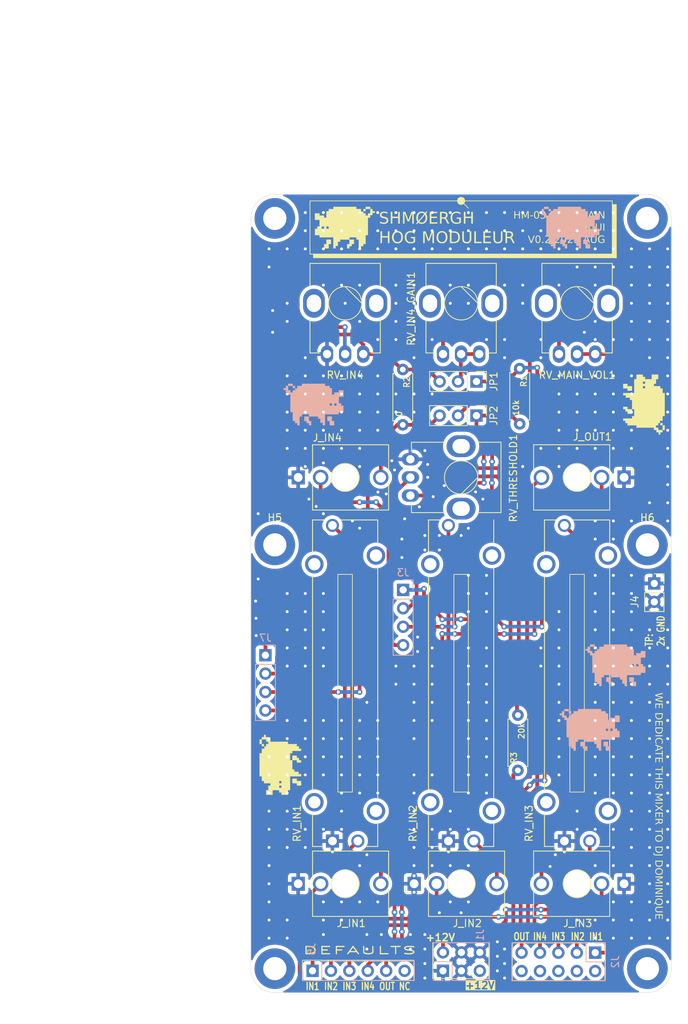
<source format=kicad_pcb>
(kicad_pcb (version 20241229) (generator "pcbnew") (generator_version "9.0")
  (layers (0 "F.Cu" signal) (2 "B.Cu" signal) (13 "F.Paste" user) (15 "B.Paste" user) (5 "F.SilkS" user "F.Silkscreen") (7 "B.SilkS" user "B.Silkscreen") (1 "F.Mask" user) (3 "B.Mask" user) (25 "Edge.Cuts" user))
  (net 0 "")
  (net 2 "+12V")
  (net 3 "GND")
  (net 4 "-12V")
  (net 5 "OUT_DEFAULT")
  (net 6 "IN_1")
  (net 7 "IN_2")
  (net 11 "IN_4")
  (net 12 "IN_3")
  (net 14 "OUT")
  (net 15 "IN_4_DEFAULT")
  (net 16 "IN_3_DEFAULT")
  (net 17 "IN_1_DEFAULT")
  (net 18 "IN_2_DEFAULT")
  (net 20 "RATIO_3")
  (net 21 "CH_4_VOL_2")
  (net 22 "CH_4_GAIN_1")
  (net 23 "MAIN_VOL_1")
  (net 24 "RATIO_1")
  (net 25 "THRESHOLD")
  (net 26 "MAIN_VOL_3")
  (net 27 "Net-(JP1-C)")
  (net 28 "Net-(JP2-C)")
  (net 29 "Net-(J_IN1-PadT)")
  (net 30 "Net-(J_IN2-PadT)")
  (net 31 "Net-(J_IN3-PadT)")
  (net 32 "Net-(R3-Pad2)")
  (net 33 "CH_4_GAIN_3_VOL_3")
  (footprint "MountingHole:MountingHole_3.2mm_M3_DIN965_Pad" (layer "F.Cu") (at 178.7 92.3)
    (property "Reference" "H6")
    (property "Value" "MountingHole")
  )
  (footprint "Connector_PinHeader_2.54mm:PinHeader_1x03_P2.54mm_Vertical" (layer "F.Cu") (at 155.115 74.48 -90)
    (property "Reference" "JP2")
    (property "Value" "Jumper_3_Open")
  )
  (footprint "Shmoergh_Custom_Footprints:Potentiometer_Bourns_Single-PTV09A" (layer "F.Cu") (at 153 83 -90)
    (property "Reference" "RV_THRESHOLD1")
    (property "Value" "A100k")
  )
  (footprint "Shmoergh_Logo:Gyeszno" (layer "F.Cu") (at 178.229 72.956 -90)
    (property "Reference" "G***" (hide yes))
    (property "Value" "LOGO" (hide yes))
  )
  (footprint "Connector_PinSocket_2.54mm:PinSocket_1x02_P2.54mm_Vertical" (layer "F.Cu") (at 179.651 97.614)
    (property "Reference" "J4")
    (property "Value" "Conn_01x02")
  )
  (footprint "Shmoergh_Custom_Footprints:R_Axial_DIN0207_L6.3mm_D2.5mm_P7.62mm_Horizontal" (layer "F.Cu") (at 160.83 123.375 90)
    (property "Reference" "R3")
    (property "Value" "20k")
  )
  (footprint "PTA3043-2010CIA503:TRIM_PTA3043-2010CIA503" (layer "F.Cu") (at 137 111.363 90)
    (property "Reference" "RV_IN1")
    (property "Value" "A100k")
  )
  (footprint "MountingHole:MountingHole_3.2mm_M3_DIN965_Pad" (layer "F.Cu") (at 178.7 47.3)
    (property "Reference" "H2")
    (property "Value" "MountingHole")
  )
  (footprint "Shmoergh_Logo:Gyeszno" (layer "F.Cu") (at 128.064 122.613 90)
    (property "Reference" "G***" (hide yes))
    (property "Value" "LOGO" (hide yes))
  )
  (footprint "MountingHole:MountingHole_3.2mm_M3_DIN965_Pad" (layer "F.Cu") (at 178.7 150.7)
    (property "Reference" "H3")
    (property "Value" "MountingHole")
  )
  (footprint "Shmoergh_Custom_Footprints:Potentiometer_Bourns_Single-PTV09A" (layer "F.Cu") (at 153 59)
    (property "Reference" "RV_IN4_GAIN1")
    (property "Value" "A100k")
  )
  (footprint "Shmoergh_Custom_Footprints:Potentiometer_Bourns_Single-PTV09A" (layer "F.Cu") (at 169 59)
    (property "Reference" "RV_MAIN_VOL1")
    (property "Value" "A100k")
  )
  (footprint "Shmoergh_Custom_Footprints:R_Axial_DIN0207_L6.3mm_D2.5mm_P7.62mm_Horizontal" (layer "F.Cu") (at 161.084 68.003 -90)
    (property "Reference" "R1")
    (property "Value" "10k")
  )
  (footprint "Shmoergh_Custom_Footprints:Jack_3.5mm_QingPu_WQP-PJ398SM_Vertical_CircularHoles" (layer "F.Cu") (at 153 139 90)
    (property "Reference" "J_IN2")
    (property "Value" "PJ398SM")
  )
  (footprint "Shmoergh_Custom_Footprints:R_Axial_DIN0207_L6.3mm_D2.5mm_P7.62mm_Horizontal" (layer "F.Cu") (at 144.955 68.13 -90)
    (property "Reference" "R2")
    (property "Value" "0")
  )
  (footprint "MountingHole:MountingHole_3.2mm_M3_DIN965_Pad" (layer "F.Cu") (at 127.3 47.3)
    (property "Reference" "H1")
    (property "Value" "MountingHole")
  )
  (footprint "MountingHole:MountingHole_3.2mm_M3_DIN965_Pad" (layer "F.Cu") (at 127.3 150.7)
    (property "Reference" "H4")
    (property "Value" "MountingHole")
  )
  (footprint "Shmoergh_Custom_Footprints:Jack_3.5mm_QingPu_WQP-PJ398SM_Vertical_CircularHoles" (layer "F.Cu") (at 169 83 -90)
    (property "Reference" "J_OUT1")
    (property "Value" "PJ398SM")
  )
  (footprint "Shmoergh_Custom_Footprints:Jack_3.5mm_QingPu_WQP-PJ398SM_Vertical_CircularHoles" (layer "F.Cu") (at 137 83 90)
    (property "Reference" "J_IN4")
    (property "Value" "PJ398SM")
  )
  (footprint "Shmoergh_Custom_Footprints:Potentiometer_Bourns_Single-PTV09A" (layer "F.Cu") (at 137 59)
    (property "Reference" "RV_IN4")
    (property "Value" "A100k")
  )
  (footprint "Shmoergh_Custom_Footprints:Jack_3.5mm_QingPu_WQP-PJ398SM_Vertical_CircularHoles" (layer "F.Cu") (at 137 139 90)
    (property "Reference" "J_IN1")
    (property "Value" "PJ398SM")
  )
  (footprint "PTA3043-2010CIA503:TRIM_PTA3043-2010CIA503" (layer "F.Cu") (at 153 111.363 90)
    (property "Reference" "RV_IN2")
    (property "Value" "A100k")
  )
  (footprint "Shmoergh_Custom_Footprints:Jack_3.5mm_QingPu_WQP-PJ398SM_Vertical_CircularHoles" (layer "F.Cu") (at 169 139 -90)
    (property "Reference" "J_IN3")
    (property "Value" "PJ398SM")
  )
  (footprint "MountingHole:MountingHole_3.2mm_M3_DIN965_Pad" (layer "F.Cu") (at 127.3 92.3)
    (property "Reference" "H5")
    (property "Value" "MountingHole")
  )
  (footprint "Connector_PinHeader_2.54mm:PinHeader_1x03_P2.54mm_Vertical" (layer "F.Cu") (at 155.115 69.781 -90)
    (property "Reference" "JP1")
    (property "Value" "Jumper_3_Open")
  )
  (footprint "PTA3043-2010CIA503:TRIM_PTA3043-2010CIA503" (layer "F.Cu") (at 169 111.363 90)
    (property "Reference" "RV_IN3")
    (property "Value" "A100k")
  )
  (footprint "Shmoergh_Logo:Gyeszno" (layer "F.Cu") (at 136.954 48.572)
    (property "Reference" "G***" (hide yes))
    (property "Value" "LOGO" (hide yes))
  )
  (footprint "Connector_PinSocket_2.54mm:PinSocket_2x03_P2.54mm_Vertical" (layer "B.Cu") (at 150.5 151 -90)
    (property "Reference" "J1")
    (property "Value" "Conn_02x03_Odd_Even")
  )
  (footprint "Shmoergh_Logo:Gyeszno" (layer "B.Cu") (at 170.736 117.787 180)
    (property "Reference" "G***" (hide yes))
    (property "Value" "LOGO" (hide yes))
  )
  (footprint "Shmoergh_Logo:Gyeszno" (layer "B.Cu") (at 132.636 72.956 180)
    (property "Reference" "G***" (hide yes))
    (property "Value" "LOGO" (hide yes))
  )
  (footprint "Shmoergh_Logo:Gyeszno" (layer "B.Cu") (at 174.292 108.897 180)
    (property "Reference" "G***" (hide yes))
    (property "Value" "LOGO" (hide yes))
  )
  (footprint "Connector_PinSocket_2.54mm:PinSocket_2x05_P2.54mm_Vertical" (layer "B.Cu") (at 171.5 148.5 90)
    (property "Reference" "J2")
    (property "Value" "Conn_02x05_Odd_Even")
  )
  (footprint "Connector_PinSocket_2.54mm:PinSocket_1x06_P2.54mm_Vertical" (layer "B.Cu") (at 132.5 151 -90)
    (property "Reference" "J5")
    (property "Value" "Conn_01x06")
  )
  (footprint "Shmoergh_Logo:Gyeszno" (layer "B.Cu") (at 167.942 48.572 180)
    (property "Reference" "G***" (hide yes))
    (property "Value" "LOGO" (hide yes))
  )
  (footprint "Connector_PinHeader_2.54mm:PinHeader_1x04_P2.54mm_Vertical" (layer "B.Cu") (at 126 107.5 180)
    (property "Reference" "J7")
    (property "Value" "Conn_01x04")
  )
  (footprint "Connector_PinHeader_2.54mm:PinHeader_1x04_P2.54mm_Vertical" (layer "B.Cu") (at 145 98.5 180)
    (property "Reference" "J3")
    (property "Value" "Conn_01x04")
  )
  (gr_rect (start 168 96.363) (end 170 126.363) (stroke (width 0.1)) (fill no) (layer "F.SilkS"))
  (gr_rect (start 152 96.363) (end 154 126.363) (stroke (width 0.1)) (fill no) (layer "F.SilkS"))
  (gr_rect (start 149.0825 147.124) (end 156.8295 152.077) (stroke (width 0.1)) (fill no) (layer "F.SilkS"))
  (gr_rect (start 132.636 52.23) (end 174.415 52.721) (stroke (width 0.1)) (fill yes) (layer "F.SilkS"))
  (gr_line (start 154 45.889) (end 153 44.889) (stroke (width 0.1)) (layer "F.SilkS"))
  (gr_rect (start 136 96.363) (end 138 126.363) (stroke (width 0.1)) (fill no) (layer "F.SilkS"))
  (gr_rect (start 173.915 45.397) (end 174.415 52.721) (stroke (width 0.1)) (fill yes) (layer "F.SilkS"))
  (gr_rect (start 160.068 147.124) (end 172.895 152.331) (stroke (width 0.1)) (fill no) (layer "F.SilkS"))
  (gr_rect (start 132.15 44.889) (end 173.85 52.23) (stroke (width 0.1)) (fill no) (layer "F.SilkS"))
  (gr_rect (start 131.112 149.537) (end 146.479 152.331) (stroke (width 0.1)) (fill no) (layer "F.SilkS"))
  (gr_circle (center 153 44.889) (end 153 44.389) (stroke (width 0.1)) (fill yes) (layer "F.SilkS"))
  (gr_line (start 178.7 154) (end 127.3 154) (stroke (width 0.05)) (layer "Edge.Cuts"))
  (gr_arc (start 182 150.7) (mid 181.033452 153.033452) (end 178.7 154) (stroke (width 0.05)) (layer "Edge.Cuts"))
  (gr_line (start 182 47.3) (end 182 150.7) (stroke (width 0.05)) (layer "Edge.Cuts"))
  (gr_line (start 127.3 44) (end 178.7 44) (stroke (width 0.05)) (layer "Edge.Cuts"))
  (gr_line (start 124 150.7) (end 124 47.3) (stroke (width 0.05)) (layer "Edge.Cuts"))
  (gr_arc (start 124 47.3) (mid 124.966548 44.966548) (end 127.3 44) (stroke (width 0.05)) (layer "Edge.Cuts"))
  (gr_arc (start 127.3 154) (mid 124.966548 153.033452) (end 124 150.7) (stroke (width 0.05)) (layer "Edge.Cuts"))
  (gr_arc (start 178.7 44) (mid 181.033452 44.966548) (end 182 47.3) (stroke (width 0.05)) (layer "Edge.Cuts"))
  (gr_text "SHMØERGH \nHOG MODULEUR" (at 141.653 50.985 0) (layer "F.SilkS") (effects (font (size 1.6 1.6) (thickness 0.1)) (justify left bottom)))
  (gr_text "DEFAULTS" (at 138.986 148.775 0) (layer "F.SilkS") (effects (font (size 1 2.2) (thickness 0.17) (bold yes)) (justify bottom)))
  (gr_text "IN3" (at 166.418 146.87 0) (layer "F.SilkS") (effects (font (size 1 0.75) (thickness 0.17) (bold yes)) (justify bottom)))
  (gr_text "WE DEDICATE THIS MIXER TO DJ DOMINIQUE" (at 179.626 143.949 270) (layer "F.SilkS") (effects (font (size 1 1) (thickness 0.1)) (justify right bottom)))
  (gr_text "OUT" (at 161.338 146.87 0) (layer "F.SilkS") (effects (font (size 1 0.75) (thickness 0.17) (bold yes)) (justify bottom)))
  (gr_text "+12V" (at 153.464 153.601 0) (layer "F.SilkS" knockout) (effects (font (size 1 1) (thickness 0.2) (bold yes)) (justify left bottom)))
  (gr_text "NC" (at 145.209 153.728 0) (layer "F.SilkS") (effects (font (size 1 0.75) (thickness 0.17) (bold yes)) (justify bottom)))
  (gr_text "IN4" (at 140.129 153.728 0) (layer "F.SilkS") (effects (font (size 1 0.75) (thickness 0.17) (bold yes)) (justify bottom)))
  (gr_text "TP:\n2x GND" (at 181.15 106.357 90) (layer "F.SilkS") (effects (font (size 1 0.75) (thickness 0.17) (bold yes)) (justify left bottom)))
  (gr_text "+12V" (at 148.003 146.997 0) (layer "F.SilkS") (effects (font (size 1 1) (thickness 0.2) (bold yes)) (justify left bottom)))
  (gr_text "IN1" (at 171.625 146.87 0) (layer "F.SilkS") (effects (font (size 1 0.75) (thickness 0.17) (bold yes)) (justify bottom)))
  (gr_text "OUT" (at 142.796 153.728 0) (layer "F.SilkS") (effects (font (size 1 0.75) (thickness 0.17) (bold yes)) (justify bottom)))
  (gr_text "IN2" (at 169.085 146.87 0) (layer "F.SilkS") (effects (font (size 1 0.75) (thickness 0.17) (bold yes)) (justify bottom)))
  (gr_text "IN4" (at 163.878 146.87 0) (layer "F.SilkS") (effects (font (size 1 0.75) (thickness 0.17) (bold yes)) (justify bottom)))
  (gr_text "IN1" (at 132.509 153.728 0) (layer "F.SilkS") (effects (font (size 1 0.75) (thickness 0.17) (bold yes)) (justify bottom)))
  (gr_text "IN3" (at 137.589 153.728 0) (layer "F.SilkS") (effects (font (size 1 0.75) (thickness 0.17) (bold yes)) (justify bottom)))
  (gr_text "HM-03 SIDECHAIN\nMIXER UI\nV0.2 2025 AUG" (at 172.895 50.858 0) (layer "F.SilkS") (effects (font (size 1 1) (thickness 0.1)) (justify right bottom)))
  (gr_text "IN2" (at 135.049 153.728 0) (layer "F.SilkS") (effects (font (size 1 0.75) (thickness 0.17) (bold yes)) (justify bottom)))
  (segment (start 160.195 124.01) (end 160.83 123.375) (width 0.508) (layer "F.Cu") (net 2))
  (segment (start 150.5 148.46) (end 150.5 146.913) (width 0.508) (layer "F.Cu") (net 2))
  (segment (start 160.195 144.457) (end 160.195 124.01) (width 0.508) (layer "F.Cu") (net 2))
  (segment (start 150.5 146.913) (end 151.813 145.6) (width 0.508) (layer "F.Cu") (net 2))
  (segment (start 159.052 145.6) (end 160.195 144.457) (width 0.508) (layer "F.Cu") (net 2))
  (segment (start 151.813 145.6) (end 159.052 145.6) (width 0.508) (layer "F.Cu") (net 2))
  (via (at 171.5 109) (size 0.8) (drill 0.4) (layers "F.Cu" "B.Cu") (net 3))
  (via (at 166 135) (size 0.8) (drill 0.4) (layers "F.Cu" "B.Cu") (net 3))
  (via (at 174 111.5) (size 0.8) (drill 0.4) (layers "F.Cu" "B.Cu") (net 3))
  (via (at 174 109) (size 0.8) (drill 0.4) (layers "F.Cu" "B.Cu") (net 3))
  (via (at 169 54) (size 0.8) (drill 0.4) (layers "F.Cu" "B.Cu") (net 3))
  (via (at 146.5 129) (size 0.8) (drill 0.4) (layers "F.Cu" "B.Cu") (net 3))
  (via (at 158 151) (size 0.8) (drill 0.4) (layers "F.Cu" "B.Cu") (net 3))
  (via (at 134 146) (size 0.8) (drill 0.4) (layers "F.Cu" "B.Cu") (net 3))
  (via (at 131.5 51.5) (size 0.8) (drill 0.4) (layers "F.Cu" "B.Cu") (net 3))
  (via (at 164 46.5) (size 0.8) (drill 0.4) (layers "F.Cu" "B.Cu") (net 3))
  (via (at 174 124) (size 0.8) (drill 0.4) (layers "F.Cu" "B.Cu") (net 3))
  (via (at 154 116.5) (size 0.8) (drill 0.4) (layers "F.Cu" "B.Cu") (net 3))
  (via (at 144 56.5) (size 0.8) (drill 0.4) (layers "F.Cu" "B.Cu") (net 3))
  (via (at 174 134) (size 0.8) (drill 0.4) (layers "F.Cu" "B.Cu") (net 3))
  (via (at 176.5 116.5) (size 0.8) (drill 0.4) (layers "F.Cu" "B.Cu") (net 3))
  (via (at 176.5 129) (size 0.8) (drill 0.4) (layers "F.Cu" "B.Cu") (net 3))
  (via (at 154 96.5) (size 0.8) (drill 0.4) (layers "F.Cu" "B.Cu") (net 3))
  (via (at 131.5 71.5) (size 0.8) (drill 0.4) (layers "F.Cu" "B.Cu") (net 3))
  (via (at 176.5 104) (size 0.8) (drill 0.4) (layers "F.Cu" "B.Cu") (net 3))
  (via (at 144.828 94.038) (size 0.8) (drill 0.4) (layers "F.Cu" "B.Cu") (net 3))
  (via (at 150 91) (size 0.8) (drill 0.4) (layers "F.Cu" "B.Cu") (net 3))
  (via (at 141.5 76.5) (size 0.8) (drill 0.4) (layers "F.Cu" "B.Cu") (net 3))
  (via (at 156.5 124) (size 0.8) (drill 0.4) (layers "F.Cu" "B.Cu") (net 3))
  (via (at 176.5 99) (size 0.8) (drill 0.4) (layers "F.Cu" "B.Cu") (net 3))
  (via (at 181.5 126.5) (size 0.8) (drill 0.4) (layers "F.Cu" "B.Cu") (net 3))
  (via (at 137 59) (size 0.8) (drill 0.4) (layers "F.Cu" "B.Cu") (net 3))
  (via (at 179 141.5) (size 0.8) (drill 0.4) (layers "F.Cu" "B.Cu") (net 3))
  (via (at 176.5 131.5) (size 0.8) (drill 0.4) (layers "F.Cu" "B.Cu") (net 3))
  (via (at 174 119) (size 0.8) (drill 0.4) (layers "F.Cu" "B.Cu") (net 3))
  (via (at 159 51.5) (size 0.8) (drill 0.4) (layers "F.Cu" "B.Cu") (net 3))
  (via (at 164 79) (size 0.8) (drill 0.4) (layers "F.Cu" "B.Cu") (net 3))
  (via (at 171.5 96.5) (size 0.8) (drill 0.4) (layers "F.Cu" "B.Cu") (net 3))
  (via (at 174 69) (size 0.8) (drill 0.4) (layers "F.Cu" "B.Cu") (net 3))
  (via (at 174 64) (size 0.8) (drill 0.4) (layers "F.Cu" "B.Cu") (net 3))
  (via (at 146.5 64) (size 0.8) (drill 0.4) (layers "F.Cu" "B.Cu") (net 3))
  (via (at 149 134) (size 0.8) (drill 0.4) (layers "F.Cu" "B.Cu") (net 3))
  (via (at 174 121.5) (size 0.8) (drill 0.4) (layers "F.Cu" "B.Cu") (net 3))
  (via (at 125 88) (size 0.8) (drill 0.4) (layers "F.Cu" "B.Cu") (net 3))
  (via (at 131.5 121.5) (size 0.8) (drill 0.4) (layers "F.Cu" "B.Cu") (net 3))
  (via (at 129 104) (size 0.8) (drill 0.4) (layers "F.Cu" "B.Cu") (net 3))
  (via (at 166.5 69) (size 0.8) (drill 0.4) (layers "F.Cu" "B.Cu") (net 3))
  (via (at 171.5 49) (size 0.8) (drill 0.4) (layers "F.Cu" "B.Cu") (net 3))
  (via (at 181.5 74) (size 0.8) (drill 0.4) (layers "F.Cu" "B.Cu") (net 3))
  (via (at 134 101.5) (size 0.8) (drill 0.4) (layers "F.Cu" "B.Cu") (net 3))
  (via (at 136.5 124) (size 0.8) (drill 0.4) (layers "F.Cu" "B.Cu") (net 3))
  (via (at 149 49) (size 0.8) (drill 0.4) (layers "F.Cu" "B.Cu") (net 3))
  (via (at 156.5 46.5) (size 0.8) (drill 0.4) (layers "F.Cu" "B.Cu") (net 3))
  (via (at 166.5 74) (size 0.8) (drill 0.4) (layers "F.Cu" "B.Cu") (net 3))
  (via (at 134 51.5) (size 0.8) (drill 0.4) (layers "F.Cu" "B.Cu") (net 3))
  (via (at 176.5 146.5) (size 0.8) (drill 0.4) (layers "F.Cu" "B.Cu") (net 3))
  (via (at 166.5 46.5) (size 0.8) (drill 0.4) (layers "F.Cu" "B.Cu") (net 3))
  (via (at 141.5 119) (size 0.8) (drill 0.4) (layers "F.Cu" "B.Cu") (net 3))
  (via (at 161.5 46.5) (size 0.8) (drill 0.4) (layers "F.Cu" "B.Cu") (net 3))
  (via (at 139 124) (size 0.8) (drill 0.4) (layers "F.Cu" "B.Cu") (net 3))
  (via (at 141.5 64) (size 0.8) (drill 0.4) (layers "F.Cu" "B.Cu") (net 3))
  (via (at 144 59) (size 0.8) (drill 0.4) (layers "F.Cu" "B.Cu") (net 3))
  (via (at 146.5 116.5) (size 0.8) (drill 0.4) (layers "F.Cu" "B.Cu") (net 3))
  (via (at 136.5 71.5) (size 0.8) (drill 0.4) (layers "F.Cu" "B.Cu") (net 3))
  (via (at 141.5 46.5) (size 0.8) (drill 0.4) (layers "F.Cu" "B.Cu") (net 3))
  (via (at 134 56.5) (size 0.8) (drill 0.4) (layers "F.Cu" "B.Cu") (net 3))
  (via (at 179 54) (size 0.8) (drill 0.4) (layers "F.Cu" "B.Cu") (net 3))
  (via (at 146.5 134) (size 0.8) (drill 0.4) (layers "F.Cu" "B.Cu") (net 3))
  (via (at 171.5 74) (size 0.8) (drill 0.4) (layers "F.Cu" "B.Cu") (net 3))
  (via (at 176.5 71.5) (size 0.8) (drill 0.4) (layers "F.Cu" "B.Cu") (net 3))
  (via (at 134 49) (size 0.8) (drill 0.4) (layers "F.Cu" "B.Cu") (net 3))
  (via (at 166.5 79) (size 0.8) (drill 0.4) (layers "F.Cu" "B.Cu") (net 3))
  (via (at 153 143) (size 0.8) (drill 0.4) (layers "F.Cu" "B.Cu") (net 3))
  (via (at 131.5 101.5) (size 0.8) (drill 0.4) (layers "F.Cu" "B.Cu") (net 3))
  (via (at 149 124) (size 0.8) (drill 0.4) (layers "F.Cu" "B.Cu") (net 3))
  (via (at 159 49) (size 0.8) (drill 0.4) (layers "F.Cu" "B.Cu") (net 3))
  (via (at 156.5 116.5) (size 0.8) (drill 0.4) (layers "F.Cu" "B.Cu") (net 3))
  (via (at 136.5 56.5) (size 0.8) (drill 0.4) (layers "F.Cu" "B.Cu") (net 3))
  (via (at 158 147) (size 0.8) (drill 0.4) (layers "F.Cu" "B.Cu") (net 3))
  (via (at 166.5 121.5) (size 0.8) (drill 0.4) (layers "F.Cu" "B.Cu") (net 3))
  (via (at 131.5 119) (size 0.8) (drill 0.4) (layers "F.Cu" "B.Cu") (net 3))
  (via (at 139 56.5) (size 0.8) (drill 0.4) (layers "F.Cu" "B.Cu") (net 3))
  (via (at 156.5 101.5) (size 0.8) (drill 0.4) (layers "F.Cu" "B.Cu") (net 3))
  (via (at 129 131.5) (size 0.8) (drill 0.4) (layers "F.Cu" "B.Cu") (net 3))
  (via (at 174 79) (size 0.8) (drill 0.4) (layers "F.Cu" "B.Cu") (net 3))
  (via (at 171.5 106.5) (size 0.8) (drill 0.4) (layers "F.Cu" "B.Cu") (net 3))
  (via (at 134 99) (size 0.8) (drill 0.4) (layers "F.Cu" "B.Cu") (net 3))
  (via (at 179 119) (size 0.8) (drill 0.4) (layers "F.Cu" "B.Cu") (net 3))
  (via (at 179 86.5) (size 0.8) (drill 0.4) (layers "F.Cu" "B.Cu") (net 3))
  (via (at 181.5 104) (size 0.8) (drill 0.4) (layers "F.Cu" "B.Cu") (net 3))
  (via (at 166.5 124) (size 0.8) (drill 0.4) (layers "F.Cu" "B.Cu") (net 3))
  (via (at 165.273573 136.618893) (size 0.8) (drill 0.4) (layers "F.Cu" "B.Cu") (net 3))
  (via (at 148 152) (size 0.8) (drill 0.4) (layers "F.Cu" "B.Cu") (net 3))
  (via (at 174 49) (size 0.8) (drill 0.4) (layers "F.Cu" "B.Cu") (net 3))
  (via (at 127 63) (size 0.8) (drill 0.4) (layers "F.Cu" "B.Cu") (net 3))
  (via (at 127 60) (size 0.8) (drill 0.4) (layers "F.Cu" "B.Cu") (net 3))
  (via (at 136.5 79) (size 0.8) (drill 0.4) (layers "F.Cu" "B.Cu") (net 3))
  (via (at 151.5 141.5) (size 0.8) (drill 0.4) (layers "F.Cu" "B.Cu") (net 3))
  (via (at 129 61.5) (size 0.8) (drill 0.4) (layers "F.Cu" "B.Cu") (net 3))
  (via (at 181.5 134) (size 0.8) (drill 0.4) (layers "F.Cu" "B.Cu") (net 3))
  (via (at 147.241 87.053) (size 0.8) (drill 0.4) (layers "F.Cu" "B.Cu") (net 3))
  (via (at 171.5 136.5) (size 0.8) (drill 0.4) (layers "F.Cu" "B.Cu") (net 3))
  (via (at 171.5 144) (size 0.8) (drill 0.4) (layers "F.Cu" "B.Cu") (net 3))
  (via (at 146.5 71.5) (size 0.8) (drill 0.4) (layers "F.Cu" "B.Cu") (net 3))
  (via (at 151.5 51.5) (size 0.8) (drill 0.4) (layers "F.Cu" "B.Cu") (net 3))
  (via (at 131.5 81.5) (size 0.8) (drill 0.4) (layers "F.Cu" "B.Cu") (net 3))
  (via (at 149.146 85.656) (size 0.8) (drill 0.4) (layers "F.Cu" "B.Cu") (net 3))
  (via (at 171.5 46.5) (size 0.8) (drill 0.4) (layers "F.Cu" "B.Cu") (net 3))
  (via (at 176.5 124) (size 0.8) (drill 0.4) (layers "F.Cu" "B.Cu") (net 3))
  (via (at 181.5 51.5) (size 0.8) (drill 0.4) (layers "F.Cu" "B.Cu") (net 3))
  (via (at 139 126.5) (size 0.8) (drill 0.4) (layers "F.Cu" "B.Cu") (net 3))
  (via (at 179 134) (size 0.8) (drill 0.4) (layers "F.Cu" "B.Cu") (net 3))
  (via (at 134 71.5) (size 0.8) (drill 0.4) (layers "F.Cu" "B.Cu") (net 3))
  (via (at 181.5 146.5) (size 0.8) (drill 0.4) (layers "F.Cu" "B.Cu") (net 3))
  (via (at 136.5 121.5) (size 0.8) (drill 0.4) (layers "F.Cu" "B.Cu") (net 3))
  (via (at 159 66.5) (size 0.8) (drill 0.4) (layers "F.Cu" "B.Cu") (net 3))
  (via (at 179 56.5) (size 0.8) (drill 0.4) (layers "F.Cu" "B.Cu") (net 3))
  (via (at 131.5 104) (size 0.8) (drill 0.4) (layers "F.Cu" "B.Cu") (net 3))
  (via (at 139 71.5) (size 0.8) (drill 0.4) (layers "F.Cu" "B.Cu") (net 3))
  (via (at 171.5 64) (size 0.8) (drill 0.4) (layers "F.Cu" "B.Cu") (net 3))
  (via (at 146.511138 140.179589) (size 0.8) (drill 0.4) (layers "F.Cu" "B.Cu") (net 3))
  (via (at 159 46.5) (size 0.8) (drill 0.4) (layers "F.Cu" "B.Cu") (net 3))
  (via (at 181.5 89) (size 0.8) (drill 0.4) (layers "F.Cu" "B.Cu") (net 3))
  (via (at 176.5 114) (size 0.8) (drill 0.4) (layers "F.Cu" "B.Cu") (net 3))
  (via (at 129 74) (size 0.8) (drill 0.4) (layers "F.Cu" "B.Cu") (net 3))
  (via (at 133 87) (size 0.8) (drill 0.4) (layers "F.Cu" "B.Cu") (net 3))
  (via (at 139 79) (size 0.8) (drill 0.4) (layers "F.Cu" "B.Cu") (net 3))
  (via (at 158 149) (size 0.8) (drill 0.4) (layers "F.Cu" "B.Cu") (net 3))
  (via (at 174 91.5) (size 0.8) (drill 0.4) (layers "F.Cu" "B.Cu") (net 3))
  (via (at 164 106.5) (size 0.8) (drill 0.4) (layers "F.Cu" "B.Cu") (net 3))
  (via (at 154 126.5) (size 0.8) (drill 0.4) (layers "F.Cu" "B.Cu") (net 3))
  (via (at 126.5 51.5) (size 0.8) (drill 0.4) (layers "F.Cu" "B.Cu") (net 3))
  (via (at 176.5 119) (size 0.8) (drill 0.4) (layers "F.Cu" "B.Cu") (net 3))
  (via (at 170 63) (size 0.8) (drill 0.4) (layers "F.Cu" "B.Cu") (net 3))
  (via (at 126.5 126.5) (size 0.8) (drill 0.4) (layers "F.Cu" "B.Cu") (net 3))
  (via (at 134 119) (size 0.8) (drill 0.4) (layers "F.Cu" "B.Cu") (net 3))
  (via (at 146.5 114) (size 0.8) (drill 0.4) (layers "F.Cu" "B.Cu") (net 3))
  (via (at 129 126.5) (size 0.8) (drill 0.4) (layers "F.Cu" "B.Cu") (net 3))
  (via (at 161.5 49) (size 0.8) (drill 0.4) (layers "F.Cu" "B.Cu") (net 3))
  (via (at 179 114) (size 0.8) (drill 0.4) (layers "F.Cu" "B.Cu") (net 3))
  (via (at 148.003 79.306) (size 0.8) (drill 0.4) (layers "F.Cu" "B.Cu") (net 3))
  (via (at 154 119) (size 0.8) (drill 0.4) (layers "F.Cu" "B.Cu") (net 3))
  (via (at 129 101.5) (size 0.8) (drill 0.4) (layers "F.Cu" "B.Cu") (net 3))
  (via (at 179 111.5) (size 0.8) (drill 0.4) (layers "F.Cu" "B.Cu") (net 3))
  (via (at 136.5 74) (size 0.8) (drill 0.4) (layers "F.Cu" "B.Cu") (net 3))
  (via (at 179 66.5) (size 0.8) (drill 0.4) (layers "F.Cu" "B.Cu") (net 3))
  (via (at 134 144) (size 0.8) (drill 0.4) (layers "F.Cu" "B.Cu") (net 3))
  (via (at 136.5 51.5) (size 0.8) (drill 0.4) (layers "F.Cu" "B.Cu") (net 3))
  (via (at 146.5 66.5) (size 0.8) (drill 0.4) (layers "F.Cu" "B.Cu") (net 3))
  (via (at 161.5 81.5) (size 0.8) (drill 0.4) (layers "F.Cu" "B.Cu") (net 3))
  (via (at 169 144) (size 0.8) (drill 0.4) (layers "F.Cu" "B.Cu") (net 3))
  (via (at 139 49) (size 0.8) (drill 0.4) (layers "F.Cu" "B.Cu") (net 3))
  (via (at 146.5 51.5) (size 0.8) (drill 0.4) (layers "F.Cu" "B.Cu") (net 3))
  (via (at 174 99) (size 0.8) (drill 0.4) (layers "F.Cu" "B.Cu") (net 3))
  (via (at 129 51.5) (size 0.8) (drill 0.4) (layers "F.Cu" "B.Cu") (net 3))
  (via (at 131.5 134) (size 0.8) (drill 0.4) (layers "F.Cu" "B.Cu") (net 3))
  (via (at 139 74) (size 0.8) (drill 0.4) (layers "F.Cu" "B.Cu") (net 3))
  (via (at 174 101.5) (size 0.8) (drill 0.4) (layers "F.Cu" "B.Cu") (net 3))
  (via (at 139 136.5) (size 0.8) (drill 0.4) (layers "F.Cu" "B.Cu") (net 3))
  (via (at 140 146) (size 0.8) (drill 0.4) (layers "F.Cu" "B.Cu") (net 3))
  (via (at 179 59) (size 0.8) (drill 0.4) (layers "F.Cu" "B.Cu") (net 3))
  (via (at 171.5 116.5) (size 0.8) (drill 0.4) (layers "F.Cu" "B.Cu") (net 3))
  (via (at 147 105) (size 0.8) (drill 0.4) (layers "F.Cu" "B.Cu") (net 3))
  (via (at 146.5 46.5) (size 0.8) (drill 0.4) (layers "F.Cu" "B.Cu") (net 3))
  (via (at 166.5 109) (size 0.8) (drill 0.4) (layers "F.Cu" "B.Cu") (net 3))
  (via (at 181.5 121.5) (size 0.8) (drill 0.4) (layers "F.Cu" "B.Cu") (net 3))
  (via (at 129 99) (size 0.8) (drill 0.4) (layers "F.Cu" "B.Cu") (net 3))
  (via (at 176.5 76.5) (size 0.8) (drill 0.4) (layers "F.Cu" "B.Cu") (net 3))
  (via (at 129 144) (size 0.8) (drill 0.4) (layers "F.Cu" "B.Cu") (net 3))
  (via (at 179 121.5) (size 0.8) (drill 0.4) (layers "F.Cu" "B.Cu") (net 3))
  (via (at 176.5 141.5) (size 0.8) (drill 0.4) (layers "F.Cu" "B.Cu") (net 3))
  (via (at 124.724786 104.797998) (size 0.8) (drill 0.4) (layers "F.Cu" "B.Cu") (net 3))
  (via (at 174 114) (size 0.8) (drill 0.4) (layers "F.Cu" "B.Cu") (net 3))
  (via (at 148.384 82.989) (size 0.8) (drill 0.4) (layers "F.Cu" "B.Cu") (net 3))
  (via (at 171.5 91.5) (size 0.8) (drill 0.4) (layers "F.Cu" "B.Cu") (net 3))
  (via (at 154 49) (size 0.8) (drill 0.4) (layers "F.Cu" "B.Cu") (net 3))
  (via (at 151.5 129) (size 0.8) (drill 0.4) (layers "F.Cu" "B.Cu") (net 3))
  (via (at 181.5 59) (size 0.8) (drill 0.4) (layers "F.Cu" "B.Cu") (net 3))
  (via (at 154 114) (size 0.8) (drill 0.4) (layers "F.Cu" "B.Cu") (net 3))
  (via (at 171.5 76.5) (size 0.8) (drill 0.4) (layers "F.Cu" "B.Cu") (net 3))
  (via (at 144 64) (size 0.8) (drill 0.4) (layers "F.Cu" "B.Cu") (net 3))
  (via (at 151.5 136.5) (size 0.8) (drill 0.4) (layers "F.Cu" "B.Cu") (net 3))
  (via (at 141.526 85.021) (size 0.8) (drill 0.4) (layers "F.Cu" "B.Cu") (net 3))
  (via (at 129 129) (size 0.8) (drill 0.4) (layers "F.Cu" "B.Cu") (net 3))
  (via (at 176.5 106.5) (size 0.8) (drill 0.4) (layers "F.Cu" "B.Cu") (net 3))
  (via (at 181.5 76.5) (size 0.8) (drill 0.4) (layers "F.Cu" "B.Cu") (net 3))
  (via (at 144.828 91.498) (size 0.8) (drill 0.4) (layers "F.Cu" "B.Cu") (net 3))
  (via (at 148 146) (size 0.8) (drill 0.4) (layers "F.Cu" "B.Cu") (net 3))
  (via (at 141.5 126.5) (size 0.8) (drill 0.4) (layers "F.Cu" "B.Cu") (net 3))
  (via (at 171.5 111.5) (size 0.8) (drill 0.4) (layers "F.Cu" "B.Cu") (net 3))
  (via (at 174 136.5) (size 0.8) (drill 0.4) (layers "F.Cu" "B.Cu") (net 3))
  (via (at 181.5 106.5) (size 0.8) (drill 0.4) (layers "F.Cu" "B.Cu") (net 3))
  (via (at 166.5 104) (size 0.8) (drill 0.4) (layers "F.Cu" "B.Cu") (net 3))
  (via (at 179 129) (size 0.8) (drill 0.4) (layers "F.Cu" "B.Cu") (net 3))
  (via (at 159 64) (size 0.8) (drill 0.4) (layers "F.Cu" "B.Cu") (net 3))
  (via (at 143.812 81.973) (size 0.8) (drill 0.4) (layers "F.Cu" "B.Cu") (net 3))
  (via (at 171.5 114) (size 0.8) (drill 0.4) (layers "F.Cu" "B.Cu") (net 3))
  (via (at 176.5 121.5) (size 0.8) (drill 0.4) (layers "F.Cu" "B.Cu") (net 3))
  (via (at 136.5 76.5) (size 0.8) (drill 0.4) (layers "F.Cu" "B.Cu") (net 3))
  (via (at 126.5 131.5) (size 0.8) (drill 0.4) (layers "F.Cu" "B.Cu") (net 3))
  (via (at 174 51.5) (size 0.8) (drill 0.4) (layers "F.Cu" "B.Cu") (net 3))
  (via (at 181.5 61.5) (size 0.8) (drill 0.4) (layers "F.Cu" "B.Cu") (net 3))
  (via (at 171.5 71.5) (size 0.8) (drill 0.4) (layers "F.Cu" "B.Cu") (net 3))
  (via (at 151.5 49) (size 0.8) (drill 0.4) (layers "F.Cu" "B.Cu") (net 3))
  (via (at 174 116.5) (size 0.8) (drill 0.4) (layers "F.Cu" "B.Cu") (net 3))
  (via (at 171.5 69) (size 0.8) (drill 0.4) (layers "F.Cu" "B.Cu") (net 3))
  (via (at 151.5 46.5) (size 0.8) (drill 0.4) (layers "F.Cu" "B.Cu") (net 3))
  (via (at 126.5 121.5) (size 0.8) (drill 0.4) (layers "F.Cu" "B.Cu") (net 3))
  (via (at 149 106.5) (size 0.8) (drill 0.4) (layers "F.Cu" "B.Cu") (net 3))
  (via (at 132 86) (size 0.8) (drill 0.4) (layers "F.Cu" "B.Cu") (net 3))
  (via (at 146 146) (size 0.8) (drill 0.4) (layers "F.Cu" "B.Cu") (net 3))
  (via (at 169 46.5) (size 0.8) (drill 0.4) (layers "F.Cu" "B.Cu") (net 3))
  (via (at 126.5 139) (size 0.8) (drill 0.4) (layers "F.Cu" "B.Cu") (net 3))
  (via (at 144 109) (size 0.8) (drill 0.4) (layers "F.Cu" "B.Cu") (net 3))
  (via (at 129 106.5) (size 0.8) (drill 0.4) (layers "F.Cu" "B.Cu") (net 3))
  (via (at 176.5 109) (size 0.8) (drill 0.4) (layers "F.Cu" "B.Cu") (net 3))
  (via (at 159 150) (size 0.8) (drill 0.4) (layers "F.Cu" "B.Cu") (net 3))
  (via (at 150 143) (size 0.8) (drill 0.4) (layers "F.Cu" "B.Cu") (net 3))
  (via (at 181.5 114) (size 0.8) (drill 0.4) (layers "F.Cu" "B.Cu") (net 3))
  (via (at 176.5 89) (size 0.8) (drill 0.4) (layers "F.Cu" "B.Cu") (net 3))
  (via (at 134 79) (size 0.8) (drill 0.4) (layers "F.Cu" "B.Cu") (net 3))
  (via (at 151.5 56.5) (size 0.8) (drill 0.4) (layers "F.Cu" "B.Cu") (net 3))
  (via (at 140 114) (size 0.8) (drill 0.4) (layers "F.Cu" "B.Cu") (net 3))
  (via (at 149 114) (size 0.8) (drill 0.4) (layers "F.Cu" "B.Cu") (net 3))
  (via (at 126.5 134) (size 0.8) (drill 0.4) (layers "F.Cu" "B.Cu") (net 3))
  (via (at 131.5 131.5) (size 0.8) (drill 0.4) (layers "F.Cu" "B.Cu") (net 3))
  (via (at 129 124) (size 0.8) (drill 0.4) (layers "F.Cu" "B.Cu") (net 3))
  (via (at 134 69) (size 0.8) (drill 0.4) (layers "F.Cu" "B.Cu") (net 3))
  (via (at 144 71.5) (size 0.8) (drill 0.4) (layers "F.Cu" "B.Cu") (net 3))
  (via (at 181.5 66.5) (size 0.8) (drill 0.4) (layers "F.Cu" "B.Cu") (net 3))
  (via (at 143.431 80.703) (size 0.8) (drill 0.4) (layers "F.Cu" "B.Cu") (net 3))
  (via (at 150.67 84.132) (size 0.8) (drill 0.4) (layers "F.Cu" "B.Cu") (net 3))
  (via (at 129 116.5) (size 0.8) (drill 0.4) (layers "F.Cu" "B.Cu") (net 3))
  (via (at 134 131.5) (size 0.8) (drill 0.4) (layers "F.Cu" "B.Cu") (net 3))
  (via (at 146.5 119) (size 0.8) (drill 0.4) (layers "F.Cu" "B.Cu") (net 3))
  (via (at 154 109) (size 0.8) (drill 0.4) (layers "F.Cu" "B.Cu") (net 3))
  (via (at 176.5 101.5) (size 0.8) (drill 0.4) (layers "F.Cu" "B.Cu") (net 3))
  (via (at 139 116.5) (size 0.8) (drill 0.4) (layers "F.Cu" "B.Cu") (net 3))
  (via (at 131.5 99) (size 0.8) (drill 0.4) (layers "F.Cu" "B.Cu") (net 3))
  (via (at 147 107) (size 0.8) (drill 0.4) (layers "F.Cu" "B.Cu") (net 3))
  (via (at 140 148) (size 0.8) (drill 0.4) (layers "F.Cu" "B.Cu") (net 3))
  (via (at 169 129) (size 0.8) (drill 0.4) (layers "F.Cu" "B.Cu") (net 3))
  (via (at 141.5 71.5) (size 0.8) (drill 0.4) (layers "F.Cu" "B.Cu") (net 3))
  (via (at 126.5 144) (size 0.8) (drill 0.4) (layers "F.Cu" "B.Cu") (net 3))
  (via (at 171.5 121.5) (size 0.8) (drill 0.4) (layers "F.Cu" "B.Cu") (net 3))
  (via (at 181.5 131.5) (size 0.8) (drill 0.4) (layers "F.Cu" "B.Cu") (net 3))
  (via (at 141.5 116.5) (size 0.8) (drill 0.4) (layers "F.Cu" "B.Cu") (net 3))
  (via (at 174 146.5) (size 0.8) (drill 0.4) (layers "F.Cu" "B.Cu") (net 3))
  (via (at 146.5 59) (size 0.8) (drill 0.4) (layers "F.Cu" "B.Cu") (net 3))
  (via (at 154 131.5) (size 0.8) (drill 0.4) (layers "F.Cu" "B.Cu") (net 3))
  (via (at 166.5 49) (size 0.8) (drill 0.4) (layers "F.Cu" "B.Cu") (net 3))
  (via (at 126.5 54) (size 0.8) (drill 0.4) (layers "F.Cu" "B.Cu") (net 3))
  (via (at 156.5 106.5) (size 0.8) (drill 0.4) (layers "F.Cu" "B.Cu") (net 3))
  (via (at 169 69) (size 0.8) (drill 0.4) (layers "F.Cu" "B.Cu") (net 3))
  (via (at 140 135) (size 0.8) (drill 0.4) (layers "F.Cu" "B.Cu") (net 3))
  (via (at 141.5 49) (size 0.8) (drill 0.4) (layers "F.Cu" "B.Cu") (net 3))
  (via (at 149 109) (size 0.8) (drill 0.4) (layers "F.Cu" "B.Cu") (net 3))
  (via (at 136.5 141.5) (size 0.8) (drill 0.4) (layers "F.Cu" "B.Cu") (net 3))
  (via (at 146.511138 137.900189) (size 0.8) (drill 0.4) (layers "F.Cu" "B.Cu") (net 3))
  (via (at 156.5 111.5) (size 0.8) (drill 0.4) (layers "F.Cu" "B.Cu") (net 3))
  (via (at 154 99) (size 0.8) (drill 0.4) (layers "F.Cu" "B.Cu") (net 3))
  (via (at 142.669 85.275) (size 0.8) (drill 0.4) (layers "F.Cu" "B.Cu") (net 3))
  (via (at 154 111.5) (size 0.8) (drill 0.4) (layers "F.Cu" "B.Cu") (net 3))
  (via (at 171.5 101.5) (size 0.8) (drill 0.4) (layers "F.Cu" "B.Cu") (net 3))
  (via (at 139 76.5) (size 0.8) (drill 0.4) (layers "F.Cu" "B.Cu") (net 3))
  (via (at 169 51.5) (size 0.8) (drill 0.4) (layers "F.Cu" "B.Cu") (net 3))
  (via (at 153 91) (size 0.8) (drill 0.4) (layers "F.Cu" "B.Cu") (net 3))
  (via (at 174 71.5) (size 0.8) (drill 0.4) (layers "F.Cu" "B.Cu") (net 3))
  (via (at 142 146) (size 0.8) (drill 0.4) (layers "F.Cu" "B.Cu") (net 3))
  (via (at 149 64) (size 0.8) (drill 0.4) (layers "F.Cu" "B.Cu") (net 3))
  (via (at 149 131.5) (size 0.8) (drill 0.4) (layers "F.Cu" "B.Cu") (net 3))
  (via (at 144 74) (size 0.8) (drill 0.4) (layers "F.Cu" "B.Cu") (net 3))
  (via (at 181.5 111.5) (size 0.8) (drill 0.4) (layers "F.Cu" "B.Cu") (net 3))
  (via (at 141.5 69) (size 0.8) (drill 0.4) (layers "F.Cu" "B.Cu") (net 3))
  (via (at 134 81) (size 0.8) (drill 0.4) (layers "F.Cu" "B.Cu") (net 3))
  (via (at 129 109) (size 0.8) (drill 0.4) (layers "F.Cu" "B.Cu") (net 3))
  (via (at 146.5 61.5) (size 0.8) (drill 0.4) (layers "F.Cu" "B.Cu") (net 3))
  (via (at 166.5 101.5) (size 0.8) (drill 0.4) (layers "F.Cu" "B.Cu") (net 3))
  (via (at 166.5 71.5) (size 0.8) (drill 0.4) (layers "F.Cu" "B.Cu") (net 3))
  (via (at 176.5 59) (size 0.8) (drill 0.4) (layers "F.Cu" "B.Cu") (net 3))
  (via (at 179 146.5) (size 0.8) (drill 0.4) (layers "F.Cu" "B.Cu") (net 3))
  (via (at 148 91) (size 0.8) (drill 0.4) (layers "F.Cu" "B.Cu") (net 3))
  (via (at 156.5 64) (size 0.8) (drill 0.4) (layers "F.Cu" "B.Cu") (net 3))
  (via (at 176.5 134) (size 0.8) (drill 0.4) (layers "F.Cu" "B.Cu") (net 3))
  (via (at 136.5 126.5) (size 0.8) (drill 0.4) (layers "F.Cu" "B.Cu") (net 3))
  (via (at 174 74) (size 0.8) (drill 0.4) (layers "F.Cu" "B.Cu") (net 3))
  (via (at 159 148) (size 0.8) (drill 0.4) (layers "F.Cu" "B.Cu") (net 3))
  (via (at 154 136.5) (size 0.8) (drill 0.4) (layers "F.Cu" "B.Cu") (net 3))
  (via (at 139 141.5) (size 0.8) (drill 0.4) (layers "F.Cu" "B.Cu") (net 3))
  (via (at 149 116.5) (size 0.8) (drill 0.4) (layers "F.Cu" "B.Cu") (net 3))
  (via (at 146.5 131.5) (size 0.8) (drill 0.4) (layers "F.Cu" "B.Cu") (net 3))
  (via (at 146.5 124) (size 0.8) (drill 0.4) (layers "F.Cu" "B.Cu") (net 3))
  (via (at 134 106.5) (size 0.8) (drill 0.4) (layers "F.Cu" "B.Cu") (net 3))
  (via (at 141.5 74) (size 0.8) (drill 0.4) (layers "F.Cu" "B.Cu") (net 3))
  (via (at 134 46.5) (size 0.8) (drill 0.4) (layers "F.Cu" "B.Cu") (net 3))
  (via (at 154 141.5) (size 0.8) (drill 0.4) (layers "F.Cu" "B.Cu") (net 3))
  (via (at 179 116.5) (size 0.8) (drill 0.4) (layers "F.Cu" "B.Cu") (net 3))
  (via (at 131.5 49) (size 0.8) (drill 0.4) (layers "F.Cu" "B.Cu") (net 3))
  (via (at 164 109) (size 0.8) (drill 0.4) (layers "F.Cu" "B.Cu") (net 3))
  (via (at 154 106.5) (size 0.8) (drill 0.4) (layers "F.Cu" "B.Cu") (net 3))
  (via (at 179 51.5) (size 0.8) (drill 0.4) (layers "F.Cu" "B.Cu") (net 3))
  (via (at 154 124) (size 0.8) (drill 0.4) (layers "F.Cu" "B.Cu") (net 3))
  (via (at 176.5 96.5) (size 0.8) (drill 0.4) (layers "F.Cu" "B.Cu") (net 3))
  (via (at 174 54) (size 0.8) (drill 0.4) (layers "F.Cu" "B.Cu") (net 3))
  (via (at 174 76.5) (size 0.8) (drill 0.4) (layers "F.Cu" "B.Cu") (net 3))
  (via (at 129 119) (size 0.8) (drill 0.4) (layers "F.Cu" "B.Cu") (net 3))
  (via (at 141.5 121.5) (size 0.8) (drill 0.4) (layers "F.Cu" "B.Cu") (net 3))
  (via (at 176.5 54) (size 0.8) (drill 0.4) (layers "F.Cu" "B.Cu") (net 3))
  (via (at 174 96.5) (size 0.8) (drill 0.4) (layers "F.Cu" "B.Cu") (net 3))
  (via (at 150 93) (size 0.8) (drill 0.4) (layers "F.Cu" "B.Cu") (net 3))
  (via (at 141.5 124) (size 0.8) (drill 0.4) (layers "F.Cu" "B.Cu") (net 3))
  (via (at 141.5 141.5) (size 0.8) (drill 0.4) (layers "F.Cu" "B.Cu") (net 3))
  (via (at 176.5 74) (size 0.8) (drill 0.4) (layers "F.Cu" "B.Cu") (net 3))
  (via (at 129 69) (size 0.8) (drill 0.4) (layers "F.Cu" "B.Cu") (net 3))
  (via (at 176.5 51.5) (size 0.8) (drill 0.4) (layers "F.Cu" "B.Cu") (net 3))
  (via (at 181.5 79) (size 0.8) (drill 0.4) (layers "F.Cu" "B.Cu") (net 3))
  (via (at 146.5 56.5) (size 0.8) (drill 0.4) (layers "F.Cu" "B.Cu") (net 3))
  (via (at 161.5 56.5) (size 0.8) (drill 0.4) (layers "F.Cu" "B.Cu") (net 3))
  (via (at 139 121.5) (size 0.8) (drill 0.4) (layers "F.Cu" "B.Cu") (net 3))
  (via (at 174 104) (size 0.8) (drill 0.4) (layers "F.Cu" "B.Cu") (net 3))
  (via (at 179 136.5) (size 0.8) (drill 0.4) (layers "F.Cu" "B.Cu") (net 3))
  (via (at 136.5 49) (size 0.8) (drill 0.4) (layers "F.Cu" "B.Cu") (net 3))
  (via (at 146 148) (size 0.8) (drill 0.4) (layers "F.Cu" "B.Cu") (net 3))
  (via (at 166.5 51.5) (size 0.8) (drill 0.4) (layers "F.Cu" "B.Cu") (net 3))
  (via (at 176.5 136.5) (size 0.8) (drill 0.4) (layers "F.Cu" "B.Cu") (net 3))
  (via (at 181.5 141.5) (size 0.8) (drill 0.4) (layers "F.Cu" "B.Cu") (net 3))
  (via (at 159 56.5) (size 0.8) (drill 0.4) (layers "F.Cu" "B.Cu") (net 3))
  (via (at 174 131.5) (size 0.8) (drill 0.4) (layers "F.Cu" "B.Cu") (net 3))
  (via (at 156.5 114) (size 0.8) (drill 0.4) (layers "F.Cu" "B.Cu") (net 3))
  (via (at 181.5 129) (size 0.8) (drill 0.4) (layers "F.Cu" "B.Cu") (net 3))
  (via (at 159 152) (size 0.8) (drill 0.4) (layers "F.Cu" "B.Cu") (net 3))
  (via (at 179 64) (size 0.8) (drill 0.4) (layers "F.Cu" "B.Cu") (net 3))
  (via (at 146.5 49) (size 0.8) (drill 0.4) (layers "F.Cu" "B.Cu") (net 3))
  (via (at 144 111.5) (size 0.8) (drill 0.4) (layers "F.Cu" "B.Cu") (net 3))
  (via (at 154 101.5) (size 0.8) (drill 0.4) (layers "F.Cu" "B.Cu") (net 3))
  (via (at 129 71.5) (size 0.8) (drill 0.4) (layers "F.Cu" "B.Cu") (net 3))
  (via (at 179 109) (size 0.8) (drill 0.4) (layers "F.Cu" "B.Cu") (net 3))
  (via (at 171.5 99) (size 0.8) (drill 0.4) (layers "F.Cu" "B.Cu") (net 3))
  (via (at 136.5 116.5) (size 0.8) (drill 0.4) (layers "F.Cu" "B.Cu") (net 3))
  (via (at 176.5 64) (size 0.8) (drill 0.4) (layers "F.Cu" "B.Cu") (net 3))
  (via (at 164 49) (size 0.8) (drill 0.4) (layers "F.Cu" "B.Cu") (net 3))
  (via (at 136.5 119) (size 0.8) (drill 0.4) (layers "F.Cu" "B.Cu") (net 3))
  (via (at 129 59) (size 0.8) (drill 0.4) (layers "F.Cu" "B.Cu") (net 3))
  (via (at 156.5 119) (size 0.8) (drill 0.4) (layers "F.Cu" "B.Cu") (net 3))
  (via (at 179 144) (size 0.8) (drill 0.4) (layers "F.Cu" "B.Cu") (net 3))
  (via (at 126.5 129) (size 0.8) (drill 0.4) (layers "F.Cu" "B.Cu") (net 3))
  (via (at 156.5 96.5) (size 0.8) (drill 0.4) (layers "F.Cu" "B.Cu") (net 3))
  (via (at 166.5 111.5) (size 0.8) (drill 0.4) (layers "F.Cu" "B.Cu") (net 3))
  (via (at 148 93) (size 0.8) (drill 0.4) (layers "F.Cu" "B.Cu") (net 3))
  (via (at 146.5 111.5) (size 0.8) (drill 0.4) (layers "F.Cu" "B.Cu") (net 3))
  (via (at 126.5 141.5) (size 0.8) (drill 0.4) (layers "F.Cu" "B.Cu") (net 3))
  (via (at 144 46.5) (size 0.8) (drill 0.4) (layers "F.Cu" "B.Cu") (net 3))
  (via (at 131.5 76.5) (size 0.8) (drill 0.4) (layers "F.Cu" "B.Cu") (net 3))
  (via (at 134 76.5) (size 0.8) (drill 0.4) (layers "F.Cu" "B.Cu") (net 3))
  (via (at 174 144) (size 0.8) (drill 0.4) (layers "F.Cu" "B.Cu") (net 3))
  (via (at 154 56.5) (size 0.8) (drill 0.4) (layers "F.Cu" "B.Cu") (net 3))
  (via (at 171.5 79) (size 0.8) (drill 0.4) (layers "F.Cu" "B.Cu") (net 3))
  (via (at 129 76.5) (size 0.8) (drill 0.4) (layers "F.Cu" "B.Cu") (net 3))
  (via (at 146.5 126.5) (size 0.8) (drill 0.4) (layers "F.Cu" "B.Cu") (net 3))
  (via (at 154 90) (size 0.8) (drill 0.4) (layers "F.Cu" "B.Cu") (net 3))
  (via (at 174 126.5) (size 0.8) (drill 0.4) (layers "F.Cu" "B.Cu") (net 3))
  (via (at 151.5 59) (size 0.8) (drill 0.4) (layers "F.Cu" "B.Cu") (net 3))
  (via (at 149 111.5) (size 0.8) (drill 0.4) (layers "F.Cu" "B.Cu") (net 3))
  (via (at 126.5 146.5) (size 0.8) (drill 0.4) (layers "F.Cu" "B.Cu") (net 3))
  (via (at 156.5 51.5) (size 0.8) (drill 0.4) (layers "F.Cu" "B.Cu") (net 3))
  (via (at 176.5 61.5) (size 0.8) (drill 0.4) (layers "F.Cu" "B.Cu") (net 3))
  (via (at 139 51.5) (size 0.8) (drill 0.4) (layers "F.Cu" "B.Cu") (net 3))
  (via (at 129 121.5) (size 0.8) (drill 0.4) (layers "F.Cu" "B.Cu") (net 3))
  (via (at 171.5 119) (size 0.8) (drill 0.4) (layers "F.Cu" "B.Cu") (net 3))
  (via (at 139 90) (size 0.8) (drill 0.4) (layers "F.Cu" "B.Cu") (net 3))
  (via (at 181.5 86.5) (size 0.8) (drill 0.4) (layers "F.Cu" "B.Cu") (net 3))
  (via (at 136.5 129) (size 0.8) (drill 0.4) (layers "F.Cu" "B.Cu") (net 3))
  (via (at 179 139) (size 0.8) (drill 0.4) (layers "F.Cu" "B.Cu") (net 3))
  (via (at 146.5 74) (size 0.8) (drill 0.4) (layers "F.Cu" "B.Cu") (net 3))
  (via (at 144 61.5) (size 0.8) (drill 0.4) (layers "F.Cu" "B.Cu") (net 3))
  (via (at 131.5 66.5) (size 0.8) (drill 0.4) (layers "F.Cu" "B.Cu") (net 3))
  (via (at 169 131.5) (size 0.8) (drill 0.4) (layers "F.Cu" "B.Cu") (net 3))
  (via (at 171.5 54) (size 0.8) (drill 0.4) (layers "F.Cu" "B.Cu") (net 3))
  (via (at 156.5 109) (size 0.8) (drill 0.4) (layers "F.Cu" "B.Cu") (net 3))
  (via (at 164 66.5) (size 0.8) (drill 0.4) (layers "F.Cu" "B.Cu") (net 3))
  (via (at 171.5 61.5) (size 0.8) (drill 0.4) (layers "F.Cu" "B.Cu") (net 3))
  (via (at 171.5 146.5) (size 0.8) (drill 0.4) (layers "F.Cu" "B.Cu") (net 3))
  (via (at 154 51.5) (size 0.8) (drill 0.4) (layers "F.Cu" "B.Cu") (net 3))
  (via (at 134 104) (size 0.8) (drill 0.4) (layers "F.Cu" "B.Cu") (net 3))
  (via (at 134 116.5) (size 0.8) (drill 0.4) (layers "F.Cu" "B.Cu") (net 3))
  (via (at 179 126.5) (size 0.8) (drill 0.4) (layers "F.Cu" "B.Cu") (net 3))
  (via (at 126.5 136.5) (size 0.8) (drill 0.4) (layers "F.Cu" "B.Cu") (net 3))
  (via (at 144 51.5) (size 0.8) (drill 0.4) (layers "F.Cu" "B.Cu") (net 3))
  (via (at 181.5 144) (size 0.8) (drill 0.4) (layers "F.Cu" "B.Cu") (net 3))
  (via (at 166.5 116.5) (size 0.8) (drill 0.4) (layers "F.Cu" "B.Cu") (net 3))
  (via (at 148 148) (size 0.8) (drill 0.4) (layers "F.Cu" "B.Cu") (net 3))
  (via (at 139 46.5) (size 0.8) (drill 0.4) (layers "F.Cu" "B.Cu") (net 3))
  (via (at 125 97) (size 0.8) (drill 0.4) (layers "F.Cu" "B.Cu") (net 3))
  (via (at 134 121.5) (size 0.8) (drill 0.4) (layers "F.Cu" "B.Cu") (net 3))
  (via (at 131.5 74) (size 0.8) (drill 0.4) (layers "F.Cu" "B.Cu") (net 3))
  (via (at 166.5 81.5) (size 0.8) (drill 0.4) (layers "F.Cu" "B.Cu") (net 3))
  (via (at 179 131.5) (size 0.8) (drill 0.4) (layers "F.Cu" "B.Cu") (net 3))
  (via (at 131.5 109) (size 0.8) (drill 0.4) (layers "F.Cu" "B.Cu") (net 3))
  (via (at 156.5 121.5) (size 0.8) (drill 0.4) (layers "F.Cu" "B.Cu") (net 3))
  (via (at 124.709497 102.412819) (size 0.8) (drill 0.4) (layers "F.Cu" "B.Cu") (net 3))
  (via (at 161.5 51.5) (size 0.8) (drill 0.4) (layers "F.Cu" "B.Cu") (net 3))
  (via (at 139 69) (size 0.8) (drill 0.4) (layers "F.Cu" "B.Cu") (net 3))
  (via (at 141.5 51.5) (size 0.8) (drill 0.4) (layers "F.Cu" "B.Cu") (net 3))
  (via (at 169 79) (size 0.8) (drill 0.4) (layers "F.Cu" "B.Cu") (net 3))
  (via (at 171.5 131.5) (size 0.8) (drill 0.4) (layers "F.Cu" "B.Cu") (net 3))
  (via (at 138 89) (size 0.8) (drill 0.4) (layers "F.Cu" "B.Cu") (net 3))
  (via (at 139 119) (size 0.8) (drill 0.4) (layers "F.Cu" "B.Cu") (net 3))
  (via (at 179 124) (size 0.8) (drill 0.4) (layers "F.Cu" "B.Cu") (net 3))
  (via (at 146.5 109) (size 0.8) (drill 0.4) (layers "F.Cu" "B.Cu") (net 3))
  (via (at 131.5 69) (size 0.8) (drill 0.4) (layers "F.Cu" "B.Cu") (net 3))
  (via (at 179 104) (size 0.8) (drill 0.4) (layers "F.Cu" "B.Cu") (net 3))
  (via (at 134 141.5) (size 0.8) (drill 0.4) (layers "F.Cu" "B.Cu") (net 3))
  (via (at 176.5 79) (size 0.8) (drill 0.4) (layers "F.Cu" "B.Cu") (net 3))
  (via (at 129 146.5) (size 0.8) (drill 0.4) (layers "F.Cu" "B.Cu") (net 3))
  (via (at 156 86) (size 0.8) (drill 0.4) (layers "F.Cu" "B.Cu") (net 3))
  (via (at 166.5 106.5) (size 0.8) (drill 0.4) (layers "F.Cu" "B.Cu") (net 3))
  (via (at 131.5 116.5) (size 0.8) (drill 0.4) (layers "F.Cu" "B.Cu") (net 3))
  (via (at 166.5 56.5) (size 0.8) (drill 0.4) (layers "F.Cu" "B.Cu") (net 3))
  (via (at 181.5 69) (size 0.8) (drill 0.4) (layers "F.Cu" "B.Cu") (net 3))
  (via (at 148.384 81.211) (size 0.8) (drill 0.4) (layers "F.Cu" "B.Cu") (net 3))
  (via (at 136.5 69) (size 0.8) (drill 0.4) (layers "F.Cu" "B.Cu") (net 3))
  (via (at 169 49) (size 0.8) (drill 0.4) (layers "F.Cu" "B.Cu") (net 3))
  (via (at 169 71.5) (size 0.8) (drill 0.4) (layers "F.Cu" "B.Cu") (net 3))
  (via (at 176.5 144) (size 0.8) (drill 0.4) (layers "F.Cu" "B.Cu") (net 3))
  (via (at 174 106.5) (size 0.8) (drill 0.4) (layers "F.Cu" "B.Cu") (net 3))
  (via (at 176.5 126.5) (size 0.8) (drill 0.4) (layers "F.Cu" "B.Cu") (net 3))
  (via (at 151.5 131.5) (size 0.8) (drill 0.4) (layers "F.Cu" "B.Cu") (net 3))
  (via (at 171.5 124) (size 0.8) (drill 0.4) (layers "F.Cu" "B.Cu") (net 3))
  (via (at 129 79) (size 0.8) (drill 0.4) (layers "F.Cu" "B.Cu") (net 3))
  (via (at 131.5 106.5) (size 0.8) (drill 0.4) (layers "F.Cu" "B.Cu") (net 3))
  (via (at 181.5 116.5) (size 0.8) (drill 0.4) (layers "F.Cu" "B.Cu") (net 3))
  (via (at 134 88) (size 0.8) (drill 0.4) (layers "F.Cu" "B.Cu") (net 3))
  (via (at 166.5 119) (size 0.8) (drill 0.4) (layers "F.Cu" "B.Cu") (net 3))
  (via (at 149 46.5) (size 0.8) (drill 0.4) (layers "F.Cu" "B.Cu") (net 3))
  (via (at 124.648338 100.042929) (size 0.8) (drill 0.4) (layers "F.Cu" "B.Cu") (net 3))
  (via (at 144 49) (size 0.8) (drill 0.4) (layers "F.Cu" "B.Cu") (net 3))
  (via (at 154 46.5) (size 0.8) (drill 0.4) (layers "F.Cu" "B.Cu") (net 3))
  (via (at 164 51.5) (size 0.8) (drill 0.4) (layers "F.Cu" "B.Cu") (net 3))
  (via (at 154 121.5) (size 0.8) (drill 0.4) (layers "F.Cu" "B.Cu") (net 3))
  (via (at 156.5 49) (size 0.8) (drill 0.4) (layers "F.Cu" "B.Cu") (net 3))
  (via (at 136.5 46.5) (size 0.8) (drill 0.4) (layers "F.Cu" "B.Cu") (net 3))
  (via (at 131.5 79) (size 0.8) (drill 0.4) (layers "F.Cu" "B.Cu") (net 3))
  (via (at 181.5 71.5) (size 0.8) (drill 0.4) (layers "F.Cu" "B.Cu") (net 3))
  (via (at 166.5 114) (size 0.8) (drill 0.4) (layers "F.Cu" "B.Cu") (net 3))
  (via (at 134 124) (size 0.8) (drill 0.4) (layers "F.Cu" "B.Cu") (net 3))
  (via (at 171.5 56.5) (size 0.8) (drill 0.4) (layers "F.Cu" "B.Cu") (net 3))
  (via (at 149 71.5) (size 0.8) (drill 0.4) (layers "F.Cu" "B.Cu") (net 3))
  (via (at 174 89) (size 0.8) (drill 0.4) (layers "F.Cu" "B.Cu") (net 3))
  (via (at 179 106.5) (size 0.8) (drill 0.4) (layers "F.Cu" "B.Cu") (net 3))
  (via (at 171.5 126.5) (size 0.8) (drill 0.4) (layers "F.Cu" "B.Cu") (net 3))
  (via (at 181.5 109) (size 0.8) (drill 0.4) (layers "F.Cu" "B.Cu") (net 3))
  (via (at 134 74) (size 0.8) (drill 0.4) (layers "F.Cu" "B.Cu") (net 3))
  (via (at 171.5 51.5) (size 0.8) (drill 0.4) (layers "F.Cu" "B.Cu") (net 3))
  (via (at 148 150) (size 0.8) (drill 0.4) (layers "F.Cu" "B.Cu") (net 3))
  (via (at 154 59) (size 0.8) (drill 0.4) (layers "F.Cu" "B.Cu") (net 3))
  (via (at 181.5 84) (size 0.8) (drill 0.4) (layers "F.Cu" "B.Cu") (net 3))
  (via (at 181.5 54) (size 0.8) (drill 0.4) (layers "F.Cu" "B.Cu") (net 3))
  (via (at 176.5 69) (size 0.8) (drill 0.4) (layers "F.Cu" "B.Cu") (net 3))
  (via (at 181.5 124) (size 0.8) (drill 0.4) (layers "F.Cu" "B.Cu") (net 3))
  (via (at 164 64) (size 0.8) (drill 0.4) (layers "F.Cu" "B.Cu") (net 3))
  (via (at 134 109) (size 0.8) (drill 0.4) (layers "F.Cu" "B.Cu") (net 3))
  (via (at 179 61.5) (size 0.8) (drill 0.4) (layers "F.Cu" "B.Cu") (net 3))
  (via (at 131.5 46.5) (size 0.8) (drill 0.4) (layers "F.Cu" "B.Cu") (net 3))
  (via (at 131.5 124) (size 0.8) (drill 0.4) (layers "F.Cu" "B.Cu") (net 3))
  (via (at 181.5 119) (size 0.8) (drill 0.4) (layers "F.Cu" "B.Cu") (net 3))
  (via (at 174 141.5) (size 0.8) (drill 0.4) (layers "F.Cu" "B.Cu") (net 3))
  (via (at 149 136.5) (size 0.8) (drill 0.4) (layers "F.Cu" "B.Cu") (net 3))
  (via (at 181.5 81.5) (size 0.8) (drill 0.4) (layers "F.Cu" "B.Cu") (net 3))
  (via (at 145.209 88.704) (size 0.8) (drill 0.4) (layers "F.Cu" "B.Cu") (net 3))
  (via (at 146.5 136.5) (size 0.8) (drill 0.4) (layers "F.Cu" "B.Cu") (net 3))
  (via (at 156.5 126.5) (size 0.8) (drill 0.4) (layers "F.Cu" "B.Cu") (net 3))
  (via (at 161.5 59) (size 0.8) (drill 0.4) (layers "F.Cu" "B.Cu") (net 3))
  (via (at 126.5 124) (size 0.8) (drill 0.4) (layers "F.Cu" "B.Cu") (net 3))
  (via (at 139 61.5) (size 0.8) (drill 0.4) (layers "F.Cu" "B.Cu") (net 3))
  (via (at 126.5 119) (size 0.8) (drill 0.4) (layers "F.Cu" "B.Cu") (net 3))
  (via (at 181.5 136.5) (size 0.8) (drill 0.4) (layers "F.Cu" "B.Cu") (net 3))
  (via (at 155 85) (size 0.8) (drill 0.4) (layers "F.Cu" "B.Cu") (net 3))
  (via (at 181.5 139) (size 0.8) (drill 0.4) (layers "F.Cu" "B.Cu") (net 3))
  (via (at 156.5 99) (size 0.8) (drill 0.4) (layers "F.Cu" "B.Cu") (net 3))
  (via (at 139 81.5) (size 0.8) (drill 0.4) (layers "F.Cu" "B.Cu") (net 3))
  (via (at 171.5 89) (size 0.8) (drill 0.4) (layers "F.Cu" "B.Cu") (net 3))
  (via (at 181.5 64) (size 0.8) (drill 0.4) (layers "F.Cu" "B.Cu") (net 3))
  (via (at 176.5 56.5) (size 0.8) (drill 0.4) (layers "F.Cu" "B.Cu") (net 3))
  (via (at 169 74) (size 0.8) (drill 0.4) (layers "F.Cu" "B.Cu") (net 3))
  (via (at 169 76.5) (size 0.8) (drill 0.4) (layers "F.Cu" "B.Cu") (net 3))
  (via (at 129 134) (size 0.8) (drill 0.4) (layers "F.Cu" "B.Cu") (net 3))
  (via (at 176.5 111.5) (size 0.8) (drill 0.4) (layers "F.Cu" "B.Cu") (net 3))
  (via (at 174 46.5) (size 0.8) (drill 0.4) (layers "F.Cu" "B.Cu") (net 3))
  (via (at 149 51.5) (size 0.8) (drill 0.4) (layers "F.Cu" "B.Cu") (net 3))
  (via (at 136.5 131.5) (size 0.8) (drill 0.4) (layers "F.Cu" "B.Cu") (net 3))
  (via (at 181.5 56.5) (size 0.8) (drill 0.4) (layers "F.Cu" "B.Cu") (net 3))
  (via (at 136.5 144) (size 0.8) (drill 0.4) (layers "F.Cu" "B.Cu") (net 3))
  (via (at 166.5 76.5) (size 0.8) (drill 0.4) (layers "F.Cu" "B.Cu") (net 3))
  (via (at 171.5 104) (size 0.8) (drill 0.4) (layers "F.Cu" "B.Cu") (net 3))
  (segment (start 152.104 104.563003) (end 158.909003 104.563003) (width 0.508) (layer "F.Cu") (net 5))
  (segment (start 163.116 100.134) (end 167.18 96.07) (width 0.508) (layer "F.Cu") (net 5))
  (segment (start 142.66 149.292) (end 143.177 148.775) (width 0.508) (layer "F.Cu") (net 5))
  (segment (start 144.828 142.933) (end 144.828 123.629) (width 0.508) (layer "F.Cu") (net 5))
  (segment (start 148.511 119.946) (end 150.396 118.061) (width 0.508) (layer "F.Cu") (net 5))
  (segment (start 165.529 86.037) (end 171.625 86.037) (width 0.508) (layer "F.Cu") (net 5))
  (segment (start 163.116 104.579) (end 163.116 100.134) (width 0.508) (layer "F.Cu") (net 5))
  (segment (start 167.18 96.07) (end 167.18 93.657) (width 0.508) (layer "F.Cu") (net 5))
  (segment (start 163.751 90.228) (end 163.751 87.815) (width 0.508) (layer "F.Cu") (net 5))
  (segment (start 144.828 147.124) (end 144.828 145.6) (width 0.508) (layer "F.Cu") (net 5))
  (segment (start 150.396 118.061) (end 150.396 104.563003) (width 0.508) (layer "F.Cu") (net 5))
  (segment (start 172.38 85.282) (end 172.38 83) (width 0.508) (layer "F.Cu") (net 5))
  (segment (start 171.625 86.037) (end 172.38 85.282) (width 0.508) (layer "F.Cu") (net 5))
  (segment (start 167.18 93.657) (end 163.751 90.228) (width 0.508) (layer "F.Cu") (net 5))
  (segment (start 142.66 151) (end 142.66 149.292) (width 0.508) (layer "F.Cu") (net 5))
  (segment (start 143.177 148.775) (end 144.828 147.124) (width 0.508) (layer "F.Cu") (net 5))
  (segment (start 163.751 87.815) (end 165.529 86.037) (width 0.508) (layer "F.Cu") (net 5))
  (segment (start 144.828 123.629) (end 148.511 119.946) (width 0.508) (layer "F.Cu") (net 5))
  (segment (start 158.909003 104.563003) (end 158.925 104.579) (width 0.508) (layer "F.Cu") (net 5))
  (via (at 144.828 145.6) (size 0.8) (drill 0.4) (layers "F.Cu" "B.Cu") (net 5))
  (via (at 144.828 142.933) (size 0.8) (drill 0.4) (layers "F.Cu" "B.Cu") (net 5))
  (via (at 150.396 104.563003) (size 0.8) (drill 0.4) (layers "F.Cu" "B.Cu") (net 5))
  (via (at 158.925 104.579) (size 0.8) (drill 0.4) (layers "F.Cu" "B.Cu") (net 5))
  (via (at 163.116 104.579) (size 0.8) (drill 0.4) (layers "F.Cu" "B.Cu") (net 5))
  (via (at 152.104 104.563003) (size 0.8) (drill 0.4) (layers "F.Cu" "B.Cu") (net 5))
  (segment (start 144.828 142.933) (end 144.828 145.6) (width 0.508) (layer "B.Cu") (net 5))
  (segment (start 150.396 104.563003) (end 152.104 104.563003) (width 0.508) (layer "B.Cu") (net 5))
  (segment (start 158.925 104.579) (end 163.116 104.579) (width 0.508) (layer "B.Cu") (net 5))
  (segment (start 171.5 148.5) (end 173.128 148.5) (width 0.508) (layer "F.Cu") (net 6))
  (segment (start 173.784 149.156) (end 173.784 152.585) (width 0.508) (layer "F.Cu") (net 6))
  (segment (start 128.826 135.948) (end 135.915 135.948) (width 0.508) (layer "F.Cu") (net 6))
  (segment (start 127.937 136.837) (end 128.826 135.948) (width 0.508) (layer "F.Cu") (net 6))
  (segment (start 173.128 148.5) (end 173.784 149.156) (width 0.508) (layer "F.Cu") (net 6))
  (segment (start 135.915 135.948) (end 138.75 133.113) (width 0.508) (layer "F.Cu") (net 6))
  (segment (start 172.895 153.474) (end 132.001 153.474) (width 0.508) (layer "F.Cu") (net 6))
  (segment (start 130.731 152.204) (end 130.731 143.568) (width 0.508) (layer "F.Cu") (net 6))
  (segment (start 132.001 153.474) (end 130.731 152.204) (width 0.508) (layer "F.Cu") (net 6))
  (segment (start 127.937 140.774) (end 127.937 136.837) (width 0.508) (layer "F.Cu") (net 6))
  (segment (start 130.731 143.568) (end 127.937 140.774) (width 0.508) (layer "F.Cu") (net 6))
  (segment (start 173.784 152.585) (end 172.895 153.474) (width 0.508) (layer "F.Cu") (net 6))
  (segment (start 155.877 134.24) (end 154.75 133.113) (width 0.508) (layer "F.Cu") (net 7))
  (segment (start 165.656 143.568) (end 164.005 143.568) (width 0.508) (layer "F.Cu") (net 7))
  (segment (start 158.163 143.568) (end 156.766 143.568) (width 0.508) (layer "F.Cu") (net 7))
  (segment (start 156.766 143.568) (end 155.877 142.679) (width 0.508) (layer "F.Cu") (net 7))
  (segment (start 155.877 142.679) (end 155.877 134.24) (width 0.508) (layer "F.Cu") (net 7))
  (segment (start 168.96 146.872) (end 168.96 148.5) (width 0.508) (layer "F.Cu") (net 7))
  (segment (start 165.656 143.568) (end 168.96 146.872) (width 0.508) (layer "F.Cu") (net 7))
  (via (at 164.005 143.568) (size 0.8) (drill 0.4) (layers "F.Cu" "B.Cu") (net 7))
  (via (at 158.163 143.568) (size 0.8) (drill 0.4) (layers "F.Cu" "B.Cu") (net 7))
  (segment (start 158.163 143.568) (end 164.005 143.568) (width 0.508) (layer "B.Cu") (net 7))
  (segment (start 162.227 127.058) (end 162.227 145.219) (width 0.508) (layer "F.Cu") (net 11))
  (segment (start 160.957 84.64) (end 160.957 111.818) (width 0.508) (layer "F.Cu") (net 11))
  (segment (start 141.907 79.687) (end 143.812 77.782) (width 0.508) (layer "F.Cu") (net 11))
  (segment (start 150.289 81.719) (end 158.036 81.719) (width 0.508) (layer "F.Cu") (net 11))
  (segment (start 163.88 146.872) (end 163.88 148.5) (width 0.508) (layer "F.Cu") (net 11))
  (segment (start 149.527 78.798) (end 149.527 80.957) (width 0.508) (layer "F.Cu") (net 11))
  (segment (start 162.227 145.219) (end 163.88 146.872) (width 0.508) (layer "F.Cu") (net 11))
  (segment (start 163.497 125.788) (end 162.227 127.058) (width 0.508) (layer "F.Cu") (net 11))
  (segment (start 149.527 80.957) (end 150.289 81.719) (width 0.508) (layer "F.Cu") (net 11))
  (segment (start 163.497 114.358) (end 163.497 125.788) (width 0.508) (layer "F.Cu") (net 11))
  (segment (start 158.036 81.719) (end 160.957 84.64) (width 0.508) (layer "F.Cu") (net 11))
  (segment (start 141.92 79.7) (end 141.907 79.687) (width 0.508) (layer "F.Cu") (net 11))
  (segment (start 143.812 77.782) (end 148.511 77.782) (width 0.508) (layer "F.Cu") (net 11))
  (segment (start 148.511 77.782) (end 149.527 78.798) (width 0.508) (layer "F.Cu") (net 11))
  (segment (start 160.957 111.818) (end 163.497 114.358) (width 0.508) (layer "F.Cu") (net 11))
  (segment (start 141.92 83) (end 141.92 79.7) (width 0.508) (layer "F.Cu") (net 11))
  (segment (start 166.418 140.52) (end 166.418 136.583) (width 0.508) (layer "F.Cu") (net 12))
  (segment (start 163.624 141.536) (end 165.402 141.536) (width 0.508) (layer "F.Cu") (net 12))
  (segment (start 163.116 144.711) (end 163.116 142.044) (width 0.508) (layer "F.Cu") (net 12))
  (segment (start 169.847 135.694) (end 170.75 134.791) (width 0.508) (layer "F.Cu") (net 12))
  (segment (start 165.402 141.536) (end 166.418 140.52) (width 0.508) (layer "F.Cu") (net 12))
  (segment (start 166.418 136.583) (end 167.307 135.694) (width 0.508) (layer "F.Cu") (net 12))
  (segment (start 170.75 134.791) (end 170.75 133.113) (width 0.508) (layer "F.Cu") (net 12))
  (segment (start 164.259 145.854) (end 163.116 144.711) (width 0.508) (layer "F.Cu") (net 12))
  (segment (start 163.116 142.044) (end 163.624 141.536) (width 0.508) (layer "F.Cu") (net 12))
  (segment (start 167.307 135.694) (end 169.847 135.694) (width 0.508) (layer "F.Cu") (net 12))
  (segment (start 166.42 146.872) (end 165.402 145.854) (width 0.508) (layer "F.Cu") (net 12))
  (segment (start 166.42 148.5) (end 166.42 146.872) (width 0.508) (layer "F.Cu") (net 12))
  (segment (start 165.402 145.854) (end 164.259 145.854) (width 0.508) (layer "F.Cu") (net 12))
  (segment (start 162.1 110.929) (end 162.1 84.98) (width 0.508) (layer "F.Cu") (net 14))
  (segment (start 161.211 126.677) (end 161.211 146.997) (width 0.508) (layer "F.Cu") (net 14))
  (segment (start 162.481 125.407) (end 161.211 126.677) (width 0.508) (layer "F.Cu") (net 14))
  (segment (start 164.513 124.772) (end 164.513 113.342) (width 0.508) (layer "F.Cu") (net 14))
  (segment (start 161.211 146.997) (end 161.34 147.126) (width 0.508) (layer "F.Cu") (net 14))
  (segment (start 161.34 147.126) (end 161.34 148.5) (width 0.508) (layer "F.Cu") (net 14))
  (segment (start 162.1 84.98) (end 164.08 83) (width 0.508) (layer "F.Cu") (net 14))
  (segment (start 164.513 113.342) (end 162.1 110.929) (width 0.508) (layer "F.Cu") (net 14))
  (via (at 164.513 124.772) (size 0.8) (drill 0.4) (layers "F.Cu" "B.Cu") (net 14))
  (via (at 162.481 125.407) (size 0.8) (drill 0.4) (layers "F.Cu" "B.Cu") (net 14))
  (segment (start 163.116 124.772) (end 164.513 124.772) (width 0.508) (layer "B.Cu") (net 14))
  (segment (start 162.481 125.407) (end 163.116 124.772) (width 0.508) (layer "B.Cu") (net 14))
  (segment (start 138.986 86.418) (end 135.049 86.418) (width 0.508) (layer "F.Cu") (net 15))
  (segment (start 140.12 150.181) (end 140.12 151) (width 0.508) (layer "F.Cu") (net 15))
  (segment (start 141.145 112.199) (end 141.145 97.848) (width 0.508) (layer "F.Cu") (net 15))
  (segment (start 143.812 114.866) (end 141.145 112.199) (width 0.508) (layer "F.Cu") (net 15))
  (segment (start 143.812 142.933) (end 143.812 114.866) (width 0.508) (layer "F.Cu") (net 15))
  (segment (start 143.812 145.6) (end 143.812 146.489) (width 0.508) (layer "F.Cu") (net 15))
  (segment (start 143.812 146.489) (end 140.12 150.181) (width 0.508) (layer "F.Cu") (net 15))
  (segment (start 142.923 95.562) (end 142.98 95.505) (width 0.508) (layer "F.Cu") (net 15))
  (segment (start 142.98 88.126) (end 141.272 86.418) (width 0.508) (layer "F.Cu") (net 15))
  (segment (start 135.049 86.418) (end 133.62 84.989) (width 0.508) (layer "F.Cu") (net 15))
  (segment (start 141.145 97.34) (end 142.923 95.562) (width 0.508) (layer "F.Cu") (net 15))
  (segment (start 141.145 97.848) (end 141.145 97.34) (width 0.508) (layer "F.Cu") (net 15))
  (segment (start 133.62 84.989) (end 133.62 83) (width 0.508) (layer "F.Cu") (net 15))
  (segment (start 142.98 95.505) (end 142.98 88.126) (width 0.508) (layer "F.Cu") (net 15))
  (via (at 143.812 142.933) (size 0.8) (drill 0.4) (layers "F.Cu" "B.Cu") (net 15))
  (via (at 143.812 145.6) (size 0.8) (drill 0.4) (layers "F.Cu" "B.Cu") (net 15))
  (via (at 141.272 86.418) (size 0.8) (drill 0.4) (layers "F.Cu" "B.Cu") (net 15))
  (via (at 138.986 86.418) (size 0.8) (drill 0.4) (layers "F.Cu" "B.Cu") (net 15))
  (segment (start 141.272 86.418) (end 138.986 86.418) (width 0.508) (layer "B.Cu") (net 15))
  (segment (start 143.812 142.933) (end 143.812 145.6) (width 0.508) (layer "B.Cu") (net 15))
  (segment (start 138.859 144.711) (end 137.58 145.99) (width 0.508) (layer "F.Cu") (net 16))
  (segment (start 171.228003 142.567997) (end 164.005 142.567997) (width 0.508) (layer "F.Cu") (net 16))
  (segment (start 159.179 144.076) (end 158.544 144.711) (width 0.508) (layer "F.Cu") (net 16))
  (segment (start 137.58 145.99) (end 137.58 151) (width 0.508) (layer "F.Cu") (net 16))
  (segment (start 158.544 144.711) (end 138.859 144.711) (width 0.508) (layer "F.Cu") (net 16))
  (segment (start 159.179 142.567997) (end 159.179 144.076) (width 0.508) (layer "F.Cu") (net 16))
  (segment (start 172.38 139) (end 172.38 141.416) (width 0.508) (layer "F.Cu") (net 16))
  (segment (start 172.38 141.416) (end 171.228003 142.567997) (width 0.508) (layer "F.Cu") (net 16))
  (via (at 164.005 142.567997) (size 0.8) (drill 0.4) (layers "F.Cu" "B.Cu") (net 16))
  (via (at 159.179 142.567997) (size 0.8) (drill 0.4) (layers "F.Cu" "B.Cu") (net 16))
  (segment (start 159.179 142.567997) (end 164.005 142.567997) (width 0.508) (layer "B.Cu") (net 16))
  (segment (start 132.509 150.991) (end 132.5 151) (width 0.508) (layer "F.Cu") (net 17))
  (segment (start 133.62 139) (end 132.509 140.111) (width 0.508) (layer "F.Cu") (net 17))
  (segment (start 132.509 140.111) (end 132.509 150.991) (width 0.508) (layer "F.Cu") (net 17))
  (segment (start 149.62 140.681) (end 149.62 139) (width 0.508) (layer "F.Cu") (net 18))
  (segment (start 135.04 147.133) (end 138.351 143.822) (width 0.508) (layer "F.Cu") (net 18))
  (segment (start 135.04 151) (end 135.04 147.133) (width 0.508) (layer "F.Cu") (net 18))
  (segment (start 146.479 143.822) (end 149.62 140.681) (width 0.508) (layer "F.Cu") (net 18))
  (segment (start 138.351 143.822) (end 146.479 143.822) (width 0.508) (layer "F.Cu") (net 18))
  (segment (start 145 103.58) (end 150.379 103.58) (width 0.508) (layer "F.Cu") (net 20))
  (segment (start 157.24163 88.99037) (end 152.067 94.165) (width 0.508) (layer "F.Cu") (net 20))
  (segment (start 163.497 67.876) (end 163.497 75.75) (width 0.508) (layer "F.Cu") (net 20))
  (segment (start 163.497 75.75) (end 161.211 78.036) (width 0.508) (layer "F.Cu") (net 20))
  (segment (start 157.24163 83.751) (end 157.24163 88.99037) (width 0.508) (layer "F.Cu") (net 20))
  (segment (start 152.067 94.165) (end 152.067 103.526) (width 0.508) (layer "F.Cu") (net 20))
  (segment (start 157.274 79.814) (end 157.274 80.83) (width 0.508) (layer "F.Cu") (net 20))
  (segment (start 161.211 78.036) (end 159.052 78.036) (width 0.508) (layer "F.Cu") (net 20))
  (segment (start 152.067 103.526) (end 152.104 103.563) (width 0.508) (layer "F.Cu") (net 20))
  (segment (start 159.306 69.781) (end 161.084 68.003) (width 0.508) (layer "F.Cu") (net 20))
  (segment (start 155.115 69.781) (end 159.306 69.781) (width 0.508) (layer "F.Cu") (net 20))
  (segment (start 150.379 103.58) (end 150.396 103.563) (width 0.508) (layer "F.Cu") (net 20))
  (segment (start 159.052 78.036) (end 157.274 79.814) (width 0.508) (layer "F.Cu") (net 20))
  (via (at 157.24163 83.751) (size 0.8) (drill 0.4) (layers "F.Cu" "B.Cu") (net 20))
  (via (at 163.497 67.876) (size 0.8) (drill 0.4) (layers "F.Cu" "B.Cu") (net 20))
  (via (at 152.104 103.563) (size 0.8) (drill 0.4) (layers "F.Cu" "B.Cu") (net 20))
  (via (at 157.274 80.83) (size 0.8) (drill 0.4) (layers "F.Cu" "B.Cu") (net 20))
  (via (at 150.396 103.563) (size 0.8) (drill 0.4) (layers "F.Cu" "B.Cu") (net 20))
  (segment (start 161.211 67.876) (end 161.084 68.003) (width 0.508) (layer "B.Cu") (net 20))
  (segment (start 163.497 67.876) (end 161.211 67.876) (width 0.508) (layer "B.Cu") (net 20))
  (segment (start 157.24163 80.86237) (end 157.274 80.83) (width 0.508) (layer "B.Cu") (net 20))
  (segment (start 150.396 103.563) (end 152.104 103.563) (width 0.508) (layer "B.Cu") (net 20))
  (segment (start 157.24163 83.751) (end 157.24163 80.86237) (width 0.508) (layer "B.Cu") (net 20))
  (segment (start 126.667 84.64) (end 135.811 93.784) (width 0.508) (layer "F.Cu") (net 21))
  (segment (start 126.667 66.733) (end 126.667 84.64) (width 0.508) (layer "F.Cu") (net 21))
  (segment (start 135.811 109.405) (end 135.176 110.04) (width 0.508) (layer "F.Cu") (net 21))
  (segment (start 131.112 62.288) (end 126.667 66.733) (width 0.508) (layer "F.Cu") (net 21))
  (segment (start 135.811 93.784) (end 135.811 109.405) (width 0.508) (layer "F.Cu") (net 21))
  (segment (start 135.176 110.04) (end 126 110.04) (width 0.508) (layer "F.Cu") (net 21))
  (segment (start 136.954 62.288) (end 131.112 62.288) (width 0.508) (layer "F.Cu") (net 21))
  (via (at 136.954 62.288) (size 0.8) (drill 0.4) (layers "F.Cu" "B.Cu") (net 21))
  (segment (start 136.954 62.288) (end 136.954 65.954) (width 0.508) (layer "B.Cu") (net 21))
  (segment (start 136.954 65.954) (end 137 66) (width 0.508) (layer "B.Cu") (net 21))
  (segment (start 150.035 74.48) (end 148.765 75.75) (width 0.508) (layer "F.Cu") (net 22))
  (segment (start 126 112.58) (end 136.065 112.58) (width 0.508) (layer "F.Cu") (net 22))
  (segment (start 140.129 79.814) (end 144.193 75.75) (width 0.508) (layer "F.Cu") (net 22))
  (segment (start 138.986 112.58) (end 138.986 92.26) (width 0.508) (layer "F.Cu") (net 22))
  (segment (start 140.129 91.117) (end 140.129 79.814) (width 0.508) (layer "F.Cu") (net 22))
  (segment (start 148.765 75.75) (end 144.955 75.75) (width 0.508) (layer "F.Cu") (net 22))
  (segment (start 144.193 75.75) (end 144.955 75.75) (width 0.508) (layer "F.Cu") (net 22))
  (segment (start 138.986 92.26) (end 140.129 91.117) (width 0.508) (layer "F.Cu") (net 22))
  (via (at 136.065 112.58) (size 0.8) (drill 0.4) (layers "F.Cu" "B.Cu") (net 22))
  (via (at 138.986 112.58) (size 0.8) (drill 0.4) (layers "F.Cu" "B.Cu") (net 22))
  (segment (start 136.065 112.58) (end 138.986 112.58) (width 0.508) (layer "B.Cu") (net 22))
  (segment (start 125.524 85.275) (end 125.524 58.859) (width 0.508) (layer "F.Cu") (net 23))
  (segment (start 166.5 63.73) (end 166.5 66) (width 0.508) (layer "F.Cu") (net 23))
  (segment (start 131.112 90.863) (end 125.524 85.275) (width 0.508) (layer "F.Cu") (net 23))
  (segment (start 168.323 61.907) (end 166.5 63.73) (width 0.508) (layer "F.Cu") (net 23))
  (segment (start 130.223 54.16) (end 165.783 54.16) (width 0.508) (layer "F.Cu") (net 23))
  (segment (start 131.112 93.657) (end 131.112 90.863) (width 0.508) (layer "F.Cu") (net 23))
  (segment (start 126 107.5) (end 126 98.769) (width 0.508) (layer "F.Cu") (net 23))
  (segment (start 126 98.769) (end 131.112 93.657) (width 0.508) (layer "F.Cu") (net 23))
  (segment (start 125.524 58.859) (end 130.223 54.16) (width 0.508) (layer "F.Cu") (net 23))
  (segment (start 165.783 54.16) (end 168.323 56.7) (width 0.508) (layer "F.Cu") (net 23))
  (segment (start 168.323 56.7) (end 168.323 61.907) (width 0.508) (layer "F.Cu") (net 23))
  (segment (start 152.448 83.751) (end 145.844 90.355) (width 0.508) (layer "F.Cu") (net 24))
  (segment (start 146.86 99.88) (end 145.7 101.04) (width 0.508) (layer "F.Cu") (net 24))
  (segment (start 156.131 80.83) (end 156.131 77.528) (width 0.508) (layer "F.Cu") (net 24))
  (segment (start 145.7 101.04) (end 145 101.04) (width 0.508) (layer "F.Cu") (net 24))
  (segment (start 146.86 96.832) (end 146.86 99.88) (width 0.508) (layer "F.Cu") (net 24))
  (segment (start 145.844 95.816) (end 146.86 96.832) (width 0.508) (layer "F.Cu") (net 24))
  (segment (start 145.844 90.355) (end 145.844 95.816) (width 0.508) (layer "F.Cu") (net 24))
  (segment (start 156.131 83.751) (end 152.448 83.751) (width 0.508) (layer "F.Cu") (net 24))
  (segment (start 159.941 74.48) (end 161.084 75.623) (width 0.508) (layer "F.Cu") (net 24))
  (segment (start 155.115 74.48) (end 159.941 74.48) (width 0.508) (layer "F.Cu") (net 24))
  (segment (start 155.115 76.512) (end 155.115 74.48) (width 0.508) (layer "F.Cu") (net 24))
  (segment (start 156.131 77.528) (end 155.115 76.512) (width 0.508) (layer "F.Cu") (net 24))
  (via (at 156.131 83.751) (size 0.8) (drill 0.4) (layers "F.Cu" "B.Cu") (net 24))
  (via (at 156.131 80.83) (size 0.8) (drill 0.4) (layers "F.Cu" "B.Cu") (net 24))
  (segment (start 156.131 83.751) (end 156.131 80.83) (width 0.508) (layer "B.Cu") (net 24))
  (segment (start 142.288 104.579) (end 143.829 106.12) (width 0.508) (layer "F.Cu") (net 25))
  (segment (start 142.288 97.848) (end 142.288 104.579) (width 0.508) (layer "F.Cu") (net 25))
  (segment (start 146 83) (end 143.939 85.061) (width 0.508) (layer "F.Cu") (net 25))
  (segment (start 143.939 96.197) (end 142.288 97.848) (width 0.508) (layer "F.Cu") (net 25))
  (segment (start 143.939 85.061) (end 143.939 96.197) (width 0.508) (layer "F.Cu") (net 25))
  (segment (start 143.829 106.12) (end 145 106.12) (width 0.508) (layer "F.Cu") (net 25))
  (segment (start 157.909 102.547) (end 158.925 103.563) (width 0.508) (layer "F.Cu") (net 26))
  (segment (start 164.132 103.563) (end 164.132 100.896) (width 0.508) (layer "F.Cu") (net 26))
  (segment (start 164.767 88.196) (end 165.91 87.053) (width 0.508) (layer "F.Cu") (net 26))
  (segment (start 152.956 102.547) (end 157.909 102.547) (width 0.508) (layer "F.Cu") (net 26))
  (segment (start 164.767 89.593) (end 164.767 88.196) (width 0.508) (layer "F.Cu") (net 26))
  (segment (start 165.91 87.053) (end 176.959 87.053) (width 0.508) (layer "F.Cu") (net 26))
  (segment (start 178.483 85.529) (end 178.483 68.765) (width 0.508) (layer "F.Cu") (net 26))
  (segment (start 150.396 102.562997) (end 150.396 102.42) (width 0.508) (layer "F.Cu") (net 26))
  (segment (start 150.396 102.42) (end 147.876 99.9) (width 0.508) (layer "F.Cu") (net 26))
  (segment (start 178.483 68.765) (end 175.718 66) (width 0.508) (layer "F.Cu") (net 26))
  (segment (start 168.196 96.832) (end 168.196 93.022) (width 0.508) (layer "F.Cu") (net 26))
  (segment (start 176.959 87.053) (end 178.483 85.529) (width 0.508) (layer "F.Cu") (net 26))
  (segment (start 164.132 100.896) (end 168.196 96.832) (width 0.508) (layer "F.Cu") (net 26))
  (segment (start 147.876 99.9) (end 147.876 98.356) (width 0.508) (layer "F.Cu") (net 26))
  (segment (start 168.196 93.022) (end 164.767 89.593) (width 0.508) (layer "F.Cu") (net 26))
  (segment (start 175.718 66) (end 171.5 66) (width 0.508) (layer "F.Cu") (net 26))
  (segment (start 171.5 66) (end 169 66) (width 0.508) (layer "F.Cu") (net 26))
  (via (at 147.876 98.356) (size 0.8) (drill 0.4) (layers "F.Cu" "B.Cu") (net 26))
  (via (at 164.132 103.563) (size 0.8) (drill 0.4) (layers "F.Cu" "B.Cu") (net 26))
  (via (at 150.396 102.562997) (size 0.8) (drill 0.4) (layers "F.Cu" "B.Cu") (net 26))
  (via (at 158.925 103.563) (size 0.8) (drill 0.4) (layers "F.Cu" "B.Cu") (net 26))
  (via (at 152.956 102.547) (size 0.8) (drill 0.4) (layers "F.Cu" "B.Cu") (net 26))
  (segment (start 147.732 98.5) (end 147.876 98.356) (width 0.508) (layer "B.Cu") (net 26))
  (segment (start 152.956 102.547) (end 150.411997 102.547) (width 0.508) (layer "B.Cu") (net 26))
  (segment (start 150.411997 102.547) (end 150.396 102.562997) (width 0.508) (layer "B.Cu") (net 26))
  (segment (start 158.925 103.563) (end 164.132 103.563) (width 0.508) (layer "B.Cu") (net 26))
  (segment (start 145 98.5) (end 147.732 98.5) (width 0.508) (layer "B.Cu") (net 26))
  (segment (start 152.956 66.044) (end 153 66) (width 0.508) (layer "F.Cu") (net 27))
  (segment (start 152.956 69.4) (end 152.956 66.044) (width 0.508) (layer "F.Cu") (net 27))
  (segment (start 155.5 66) (end 153 66) (width 0.508) (layer "F.Cu") (net 27))
  (segment (start 152.575 69.781) (end 152.956 69.4) (width 0.508) (layer "F.Cu") (net 27))
  (segment (start 154.988 72.067) (end 161.084 72.067) (width 0.508) (layer "F.Cu") (net 28))
  (segment (start 162.481 70.67) (end 162.481 64.193) (width 0.508) (layer "F.Cu") (net 28))
  (segment (start 162.481 64.193) (end 160.703 62.415) (width 0.508) (layer "F.Cu") (net 28))
  (segment (start 160.703 62.415) (end 152.067 62.415) (width 0.508) (layer "F.Cu") (net 28))
  (segment (start 152.067 62.415) (end 150.5 63.982) (width 0.508) (layer "F.Cu") (net 28))
  (segment (start 150.5 63.982) (end 150.5 66) (width 0.508) (layer "F.Cu") (net 28))
  (segment (start 161.084 72.067) (end 162.481 70.67) (width 0.508) (layer "F.Cu") (net 28))
  (segment (start 152.575 74.48) (end 154.988 72.067) (width 0.508) (layer "F.Cu") (net 28))
  (segment (start 141.92 133.294) (end 137.97 129.344) (width 0.508) (layer "F.Cu") (net 29))
  (segment (start 141.92 139) (end 141.92 133.294) (width 0.508) (layer "F.Cu") (net 29))
  (segment (start 137.97 92.333) (end 135.25 89.613) (width 0.508) (layer "F.Cu") (net 29))
  (segment (start 137.97 129.344) (end 137.97 92.333) (width 0.508) (layer "F.Cu") (net 29))
  (segment (start 157.92 133.165) (end 151.25 126.495) (width 0.508) (layer "F.Cu") (net 30))
  (segment (start 157.92 139) (end 157.92 133.165) (width 0.508) (layer "F.Cu") (net 30))
  (segment (start 151.25 126.495) (end 151.25 89.613) (width 0.508) (layer "F.Cu") (net 30))
  (segment (start 169.085 127.693) (end 169.085 91.448) (width 0.508) (layer "F.Cu") (net 31))
  (segment (start 164.08 139) (end 164.08 132.698) (width 0.508) (layer "F.Cu") (net 31))
  (segment (start 164.08 132.698) (end 169.085 127.693) (width 0.508) (layer "F.Cu") (net 31))
  (segment (start 169.085 91.448) (end 167.25 89.613) (width 0.508) (layer "F.Cu") (net 31))
  (segment (start 147.905 85.5) (end 150.543 82.862) (width 0.508) (layer "F.Cu") (net 32))
  (segment (start 157.909 82.862) (end 159.814 84.767) (width 0.508) (layer "F.Cu") (net 32))
  (segment (start 159.814 112.326) (end 160.703 113.215) (width 0.508) (layer "F.Cu") (net 32))
  (segment (start 160.703 113.215) (end 160.703 115.628) (width 0.508) (layer "F.Cu") (net 32))
  (segment (start 150.543 82.862) (end 157.909 82.862) (width 0.508) (layer "F.Cu") (net 32))
  (segment (start 160.703 115.628) (end 160.83 115.755) (width 0.508) (layer "F.Cu") (net 32))
  (segment (start 159.814 84.767) (end 159.814 112.326) (width 0.508) (layer "F.Cu") (net 32))
  (segment (start 146 85.5) (end 147.905 85.5) (width 0.508) (layer "F.Cu") (net 32))
  (segment (start 142.698 66) (end 139.5 66) (width 0.508) (layer "F.Cu") (net 33))
  (segment (start 144.828 68.13) (end 142.698 66) (width 0.508) (layer "F.Cu") (net 33))
  (segment (start 127.81 67.114) (end 131.62 63.304) (width 0.508) (layer "F.Cu") (net 33))
  (segment (start 126 115.12) (end 136.192 115.12) (width 0.508) (layer "F.Cu") (net 33))
  (segment (start 150.035 69.781) (end 148.384 68.13) (width 0.508) (layer "F.Cu") (net 33))
  (segment (start 144.955 68.13) (end 144.828 68.13) (width 0.508) (layer "F.Cu") (net 33))
  (segment (start 136.954 114.358) (end 136.954 93.53) (width 0.508) (layer "F.Cu") (net 33))
  (segment (start 139.5 64.707) (end 139.5 66) (width 0.508) (layer "F.Cu") (net 33))
  (segment (start 148.384 68.13) (end 144.955 68.13) (width 0.508) (layer "F.Cu") (net 33))
  (segment (start 136.192 115.12) (end 136.954 114.358) (width 0.508) (layer "F.Cu") (net 33))
  (segment (start 127.81 84.386) (end 127.81 67.114) (width 0.508) (layer "F.Cu") (net 33))
  (segment (start 138.097 63.304) (end 139.5 64.707) (width 0.508) (layer "F.Cu") (net 33))
  (segment (start 131.62 63.304) (end 138.097 63.304) (width 0.508) (layer "F.Cu") (net 33))
  (segment (start 136.954 93.53) (end 127.81 84.386) (width 0.508) (layer "F.Cu") (net 33))
  (zone (net 3) (net_name "GND") (layer "F.Cu") (connect_pads (clearance 0.5)) (min_thickness 0.25) (fill yes (thermal_gap 0.5) (thermal_bridge_width 0.5) (island_removal_mode 2) (island_area_min 10))
    (polygon (pts (xy 124 44) (xy 182 44) (xy 182 154) (xy 124 154)))
  )
  (zone (net 3) (net_name "GND") (layer "B.Cu") (priority 1) (connect_pads (clearance 0.5)) (min_thickness 0.25) (fill yes (thermal_gap 0.5) (thermal_bridge_width 0.5) (island_removal_mode 2) (island_area_min 10))
    (polygon (pts (xy 124 44) (xy 182 44) (xy 182 154) (xy 124 154)))
  )
)
</source>
